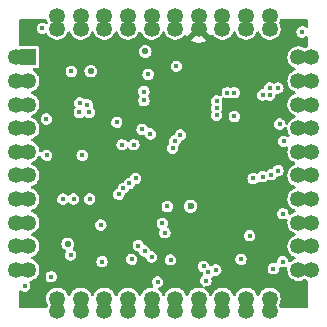
<source format=gbr>
%TF.GenerationSoftware,KiCad,Pcbnew,(5.99.0-13244-g73f40b11ee)*%
%TF.CreationDate,2021-12-16T18:40:10-08:00*%
%TF.ProjectId,MiniMike_RP2040,4d696e69-4d69-46b6-955f-525032303430,rev?*%
%TF.SameCoordinates,Original*%
%TF.FileFunction,Copper,L3,Inr*%
%TF.FilePolarity,Positive*%
%FSLAX46Y46*%
G04 Gerber Fmt 4.6, Leading zero omitted, Abs format (unit mm)*
G04 Created by KiCad (PCBNEW (5.99.0-13244-g73f40b11ee)) date 2021-12-16 18:40:10*
%MOMM*%
%LPD*%
G01*
G04 APERTURE LIST*
%TA.AperFunction,ComponentPad*%
%ADD10C,0.600000*%
%TD*%
%TA.AperFunction,ComponentPad*%
%ADD11R,1.350000X1.350000*%
%TD*%
%TA.AperFunction,ComponentPad*%
%ADD12C,1.350000*%
%TD*%
%TA.AperFunction,ViaPad*%
%ADD13C,0.450000*%
%TD*%
%TA.AperFunction,ViaPad*%
%ADD14C,0.550000*%
%TD*%
G04 APERTURE END LIST*
D10*
%TO.N,GND*%
%TO.C,U2*%
X141299997Y-112600003D03*
%TD*%
D11*
%TO.N,/GPIO0*%
%TO.C,PADS1*%
X127575000Y-100000000D03*
D12*
X126500000Y-100000000D03*
%TO.N,/GPIO1*%
X127575000Y-102000000D03*
X126500000Y-102000000D03*
%TO.N,/GPIO2*%
X126500000Y-104000000D03*
X127575000Y-104000000D03*
%TO.N,/GPIO3*%
X127575000Y-106000000D03*
X126500000Y-106000000D03*
%TO.N,/GPIO4*%
X127575000Y-108000000D03*
X126500000Y-108000000D03*
%TO.N,/GPIO5*%
X126500000Y-110000000D03*
X127575000Y-110000000D03*
%TO.N,/GPIO6*%
X127575000Y-112000000D03*
X126500000Y-112000000D03*
%TO.N,/GPIO7*%
X126500000Y-114000000D03*
X127575000Y-114000000D03*
%TO.N,/GPIO8*%
X127575000Y-116000000D03*
X126500000Y-116000000D03*
%TO.N,/GPIO9*%
X127575000Y-118000000D03*
X126500000Y-118000000D03*
%TO.N,/GPIO10*%
X130000000Y-120425000D03*
X130000000Y-121500000D03*
%TO.N,/GPIO11*%
X132000000Y-120425000D03*
X132000000Y-121500000D03*
%TO.N,/GPIO12*%
X134000000Y-120425000D03*
X134000000Y-121500000D03*
%TO.N,/GPIO13*%
X136000000Y-120425000D03*
X136000000Y-121500000D03*
%TO.N,/GPIO14*%
X138000000Y-120425000D03*
X138000000Y-121500000D03*
%TO.N,/GPIO15*%
X140000000Y-121500000D03*
X140000000Y-120425000D03*
%TO.N,/GPIO16*%
X142000000Y-121500000D03*
X142000000Y-120425000D03*
%TO.N,/GPIO17*%
X144000000Y-120425000D03*
X144000000Y-121500000D03*
%TO.N,/GPIO18*%
X146000000Y-120425000D03*
X146000000Y-121500000D03*
%TO.N,/GPIO19*%
X148000000Y-121500000D03*
X148000000Y-120425000D03*
%TO.N,/GPIO20*%
X150425000Y-118000000D03*
X151500000Y-118000000D03*
%TO.N,/GPIO21*%
X150425000Y-116000000D03*
X151500000Y-116000000D03*
%TO.N,/GPIO22*%
X150425000Y-114000000D03*
X151500000Y-114000000D03*
%TO.N,/GPIO23*%
X150425000Y-112000000D03*
X151500000Y-112000000D03*
%TO.N,/GPIO24*%
X150425000Y-110000000D03*
X151500000Y-110000000D03*
%TO.N,/GPIO25*%
X150425000Y-108000000D03*
X151500000Y-108000000D03*
%TO.N,/GPIO26_ADC0*%
X151500000Y-106000000D03*
X150425000Y-106000000D03*
%TO.N,/GPIO27_ADC1*%
X150425000Y-104000000D03*
X151500000Y-104000000D03*
%TO.N,/GPIO28_ADC2*%
X150425000Y-102000000D03*
X151500000Y-102000000D03*
%TO.N,/GPIO29_ADC3*%
X151500000Y-100000000D03*
X150425000Y-100000000D03*
%TO.N,GND*%
X148000000Y-96500000D03*
X148000000Y-97575000D03*
%TO.N,/En*%
X146000000Y-97575000D03*
X146000000Y-96500000D03*
%TO.N,+5V*%
X144000000Y-96500000D03*
X144000000Y-97575000D03*
%TO.N,+3V3*%
X142000000Y-96500000D03*
X142000000Y-97575000D03*
%TO.N,/USB_D-*%
X140000000Y-97575000D03*
X140000000Y-96500000D03*
%TO.N,/USB_D+*%
X138000000Y-97575000D03*
X138000000Y-96500000D03*
%TO.N,/SWDIO*%
X136000000Y-96500000D03*
X136000000Y-97575000D03*
%TO.N,/SWCLK*%
X134000000Y-97575000D03*
X134000000Y-96500000D03*
%TO.N,/RUN*%
X132000000Y-97575000D03*
X132000000Y-96500000D03*
%TO.N,/BOOTSEL*%
X130000000Y-97575000D03*
X130000000Y-96500000D03*
%TD*%
D13*
%TO.N,GND*%
X137350000Y-103650000D03*
X147400000Y-103200000D03*
X135500000Y-107400000D03*
X136300000Y-117100000D03*
X132125000Y-108300000D03*
X133700000Y-114200000D03*
X128750000Y-97550000D03*
X150750000Y-97850000D03*
X135050000Y-105500000D03*
X145000000Y-105000000D03*
X142600000Y-118900000D03*
X148850000Y-105650000D03*
X131150000Y-116750000D03*
X137350000Y-102900000D03*
X133800000Y-117300000D03*
X148000000Y-103200000D03*
X139327000Y-112629000D03*
X148000000Y-102600000D03*
X143500000Y-104300000D03*
X129500700Y-118580000D03*
X129092265Y-105233737D03*
X140100000Y-100750000D03*
X138513029Y-119013029D03*
X144400000Y-103000000D03*
X137700000Y-101450000D03*
X149200000Y-107100000D03*
X143510023Y-103710023D03*
X129116200Y-108300000D03*
X149095951Y-117304049D03*
X148700000Y-102600000D03*
X148300000Y-117900000D03*
X131200000Y-101200000D03*
X149104478Y-113246744D03*
X131925000Y-103875000D03*
X136500000Y-107400000D03*
X143500000Y-104900000D03*
X145000000Y-103000000D03*
X127262000Y-119360000D03*
%TO.N,+3V3*%
X144400000Y-103700000D03*
X140800000Y-119400000D03*
X145000000Y-104300000D03*
X136100000Y-114200000D03*
X148455291Y-113266979D03*
X144400000Y-104300000D03*
X137400000Y-108500000D03*
X147200000Y-116900000D03*
X139300000Y-104700000D03*
X145000000Y-103700000D03*
X134920000Y-109080000D03*
X135900000Y-101400000D03*
%TO.N,Net-(C14-Pad2)*%
X145570514Y-117100000D03*
%TO.N,Net-(D1-Pad2)*%
X132559678Y-104012974D03*
%TO.N,Net-(D2-Pad3)*%
X146300000Y-115100000D03*
%TO.N,/GPIO10*%
X138900000Y-114050000D03*
D14*
X130900000Y-115800000D03*
D13*
%TO.N,/GPIO26_ADC0*%
X148699300Y-109600000D03*
%TO.N,/GPIO11*%
X136867247Y-115943091D03*
%TO.N,/GPIO12*%
X137400000Y-116400000D03*
%TO.N,/GPIO13*%
X138000000Y-116900700D03*
%TO.N,/GPIO14*%
X139122579Y-114861652D03*
%TO.N,/GPIO15*%
X139616040Y-117147380D03*
%TO.N,/SWCLK*%
X142399300Y-117700000D03*
%TO.N,/SWDIO*%
X142816820Y-118197522D03*
D14*
%TO.N,/RUN*%
X132847185Y-101167143D03*
D13*
X143435560Y-118000000D03*
D14*
X137466578Y-99503422D03*
D13*
%TO.N,/QSPI_SD3*%
X140432416Y-106565514D03*
X132760000Y-112000000D03*
%TO.N,/QSPI_SCLK*%
X131400000Y-112000000D03*
X139974493Y-107066214D03*
%TO.N,/QSPI_SD0*%
X139783482Y-107699015D03*
X130500000Y-112000000D03*
%TO.N,/QSPI_SD2*%
X131881480Y-104665184D03*
X137904600Y-106482200D03*
%TO.N,/QSPI_SD1*%
X132718520Y-104665184D03*
X137200000Y-106100000D03*
%TO.N,/GPIO2*%
X135606088Y-111083300D03*
%TO.N,/GPIO3*%
X135200000Y-111599300D03*
%TO.N,/GPIO27_ADC1*%
X148138519Y-109927686D03*
%TO.N,/GPIO28_ADC2*%
X147403777Y-110103777D03*
%TO.N,/GPIO0*%
X136643491Y-110257800D03*
%TO.N,/GPIO1*%
X136122034Y-110664200D03*
%TO.N,/GPIO29_ADC3*%
X146600000Y-110257800D03*
%TD*%
%TA.AperFunction,Conductor*%
%TO.N,+3V3*%
G36*
X129081772Y-96774002D02*
G01*
X129128265Y-96827658D01*
X129133484Y-96841063D01*
X129146182Y-96880144D01*
X129149485Y-96885866D01*
X129149486Y-96885867D01*
X129200659Y-96974500D01*
X129217397Y-97043495D01*
X129200659Y-97100500D01*
X129195504Y-97109428D01*
X129144122Y-97158418D01*
X129074408Y-97171852D01*
X129017854Y-97152154D01*
X128960728Y-97115126D01*
X128953196Y-97110244D01*
X128821603Y-97070890D01*
X128812627Y-97070835D01*
X128812626Y-97070835D01*
X128755080Y-97070484D01*
X128684255Y-97070051D01*
X128552192Y-97107795D01*
X128436031Y-97181087D01*
X128430088Y-97187816D01*
X128418321Y-97201140D01*
X128345109Y-97284036D01*
X128286736Y-97408366D01*
X128285356Y-97417232D01*
X128266986Y-97535209D01*
X128266986Y-97535213D01*
X128265605Y-97544082D01*
X128266769Y-97552984D01*
X128266769Y-97552987D01*
X128271479Y-97589003D01*
X128283414Y-97680273D01*
X128338732Y-97805992D01*
X128344510Y-97812865D01*
X128344510Y-97812866D01*
X128421331Y-97904256D01*
X128427111Y-97911132D01*
X128434588Y-97916109D01*
X128530981Y-97980273D01*
X128541447Y-97987240D01*
X128672549Y-98028199D01*
X128809876Y-98030716D01*
X128819109Y-98028199D01*
X128933727Y-97996951D01*
X128942391Y-97994589D01*
X128999340Y-97959622D01*
X129067857Y-97941024D01*
X129135553Y-97962421D01*
X129174386Y-98003995D01*
X129243877Y-98124356D01*
X129248295Y-98129263D01*
X129248296Y-98129264D01*
X129315819Y-98204256D01*
X129374617Y-98269558D01*
X129379959Y-98273439D01*
X129379961Y-98273441D01*
X129527348Y-98380524D01*
X129532690Y-98384405D01*
X129538719Y-98387089D01*
X129538722Y-98387091D01*
X129705151Y-98461189D01*
X129705154Y-98461190D01*
X129711187Y-98463876D01*
X129790727Y-98480783D01*
X129895849Y-98503128D01*
X129895854Y-98503128D01*
X129902306Y-98504500D01*
X130097694Y-98504500D01*
X130104146Y-98503128D01*
X130104151Y-98503128D01*
X130209273Y-98480783D01*
X130288813Y-98463876D01*
X130294846Y-98461190D01*
X130294849Y-98461189D01*
X130461278Y-98387091D01*
X130461281Y-98387089D01*
X130467310Y-98384405D01*
X130472652Y-98380524D01*
X130620039Y-98273441D01*
X130620041Y-98273439D01*
X130625383Y-98269558D01*
X130684181Y-98204256D01*
X130751704Y-98129264D01*
X130751705Y-98129263D01*
X130756123Y-98124356D01*
X130853818Y-97955144D01*
X130856458Y-97947021D01*
X130880167Y-97874049D01*
X130920240Y-97815443D01*
X130985637Y-97787806D01*
X131055593Y-97799913D01*
X131107900Y-97847918D01*
X131119833Y-97874049D01*
X131143543Y-97947021D01*
X131146182Y-97955144D01*
X131243877Y-98124356D01*
X131248295Y-98129263D01*
X131248296Y-98129264D01*
X131315819Y-98204256D01*
X131374617Y-98269558D01*
X131379959Y-98273439D01*
X131379961Y-98273441D01*
X131527348Y-98380524D01*
X131532690Y-98384405D01*
X131538719Y-98387089D01*
X131538722Y-98387091D01*
X131705151Y-98461189D01*
X131705154Y-98461190D01*
X131711187Y-98463876D01*
X131790727Y-98480783D01*
X131895849Y-98503128D01*
X131895854Y-98503128D01*
X131902306Y-98504500D01*
X132097694Y-98504500D01*
X132104146Y-98503128D01*
X132104151Y-98503128D01*
X132209273Y-98480783D01*
X132288813Y-98463876D01*
X132294846Y-98461190D01*
X132294849Y-98461189D01*
X132461278Y-98387091D01*
X132461281Y-98387089D01*
X132467310Y-98384405D01*
X132472652Y-98380524D01*
X132620039Y-98273441D01*
X132620041Y-98273439D01*
X132625383Y-98269558D01*
X132684181Y-98204256D01*
X132751704Y-98129264D01*
X132751705Y-98129263D01*
X132756123Y-98124356D01*
X132853818Y-97955144D01*
X132856458Y-97947021D01*
X132880167Y-97874049D01*
X132920240Y-97815443D01*
X132985637Y-97787806D01*
X133055593Y-97799913D01*
X133107900Y-97847918D01*
X133119833Y-97874049D01*
X133143543Y-97947021D01*
X133146182Y-97955144D01*
X133243877Y-98124356D01*
X133248295Y-98129263D01*
X133248296Y-98129264D01*
X133315819Y-98204256D01*
X133374617Y-98269558D01*
X133379959Y-98273439D01*
X133379961Y-98273441D01*
X133527348Y-98380524D01*
X133532690Y-98384405D01*
X133538719Y-98387089D01*
X133538722Y-98387091D01*
X133705151Y-98461189D01*
X133705154Y-98461190D01*
X133711187Y-98463876D01*
X133790727Y-98480783D01*
X133895849Y-98503128D01*
X133895854Y-98503128D01*
X133902306Y-98504500D01*
X134097694Y-98504500D01*
X134104146Y-98503128D01*
X134104151Y-98503128D01*
X134209273Y-98480783D01*
X134288813Y-98463876D01*
X134294846Y-98461190D01*
X134294849Y-98461189D01*
X134461278Y-98387091D01*
X134461281Y-98387089D01*
X134467310Y-98384405D01*
X134472652Y-98380524D01*
X134620039Y-98273441D01*
X134620041Y-98273439D01*
X134625383Y-98269558D01*
X134684181Y-98204256D01*
X134751704Y-98129264D01*
X134751705Y-98129263D01*
X134756123Y-98124356D01*
X134853818Y-97955144D01*
X134856458Y-97947021D01*
X134880167Y-97874049D01*
X134920240Y-97815443D01*
X134985637Y-97787806D01*
X135055593Y-97799913D01*
X135107900Y-97847918D01*
X135119833Y-97874049D01*
X135143543Y-97947021D01*
X135146182Y-97955144D01*
X135243877Y-98124356D01*
X135248295Y-98129263D01*
X135248296Y-98129264D01*
X135315819Y-98204256D01*
X135374617Y-98269558D01*
X135379959Y-98273439D01*
X135379961Y-98273441D01*
X135527348Y-98380524D01*
X135532690Y-98384405D01*
X135538719Y-98387089D01*
X135538722Y-98387091D01*
X135705151Y-98461189D01*
X135705154Y-98461190D01*
X135711187Y-98463876D01*
X135790727Y-98480783D01*
X135895849Y-98503128D01*
X135895854Y-98503128D01*
X135902306Y-98504500D01*
X136097694Y-98504500D01*
X136104146Y-98503128D01*
X136104151Y-98503128D01*
X136209273Y-98480783D01*
X136288813Y-98463876D01*
X136294846Y-98461190D01*
X136294849Y-98461189D01*
X136461278Y-98387091D01*
X136461281Y-98387089D01*
X136467310Y-98384405D01*
X136472652Y-98380524D01*
X136620039Y-98273441D01*
X136620041Y-98273439D01*
X136625383Y-98269558D01*
X136684181Y-98204256D01*
X136751704Y-98129264D01*
X136751705Y-98129263D01*
X136756123Y-98124356D01*
X136853818Y-97955144D01*
X136856458Y-97947021D01*
X136880167Y-97874049D01*
X136920240Y-97815443D01*
X136985637Y-97787806D01*
X137055593Y-97799913D01*
X137107900Y-97847918D01*
X137119833Y-97874049D01*
X137143543Y-97947021D01*
X137146182Y-97955144D01*
X137243877Y-98124356D01*
X137248295Y-98129263D01*
X137248296Y-98129264D01*
X137315819Y-98204256D01*
X137374617Y-98269558D01*
X137379959Y-98273439D01*
X137379961Y-98273441D01*
X137527348Y-98380524D01*
X137532690Y-98384405D01*
X137538719Y-98387089D01*
X137538722Y-98387091D01*
X137705151Y-98461189D01*
X137705154Y-98461190D01*
X137711187Y-98463876D01*
X137790727Y-98480783D01*
X137895849Y-98503128D01*
X137895854Y-98503128D01*
X137902306Y-98504500D01*
X138097694Y-98504500D01*
X138104146Y-98503128D01*
X138104151Y-98503128D01*
X138209273Y-98480783D01*
X138288813Y-98463876D01*
X138294846Y-98461190D01*
X138294849Y-98461189D01*
X138461278Y-98387091D01*
X138461281Y-98387089D01*
X138467310Y-98384405D01*
X138472652Y-98380524D01*
X138620039Y-98273441D01*
X138620041Y-98273439D01*
X138625383Y-98269558D01*
X138684181Y-98204256D01*
X138751704Y-98129264D01*
X138751705Y-98129263D01*
X138756123Y-98124356D01*
X138853818Y-97955144D01*
X138856458Y-97947021D01*
X138880167Y-97874049D01*
X138920240Y-97815443D01*
X138985637Y-97787806D01*
X139055593Y-97799913D01*
X139107900Y-97847918D01*
X139119833Y-97874049D01*
X139143543Y-97947021D01*
X139146182Y-97955144D01*
X139243877Y-98124356D01*
X139248295Y-98129263D01*
X139248296Y-98129264D01*
X139315819Y-98204256D01*
X139374617Y-98269558D01*
X139379959Y-98273439D01*
X139379961Y-98273441D01*
X139527348Y-98380524D01*
X139532690Y-98384405D01*
X139538719Y-98387089D01*
X139538722Y-98387091D01*
X139705151Y-98461189D01*
X139705154Y-98461190D01*
X139711187Y-98463876D01*
X139790727Y-98480783D01*
X139895849Y-98503128D01*
X139895854Y-98503128D01*
X139902306Y-98504500D01*
X140097694Y-98504500D01*
X140104146Y-98503128D01*
X140104151Y-98503128D01*
X140209273Y-98480783D01*
X140288813Y-98463876D01*
X140294846Y-98461190D01*
X140294849Y-98461189D01*
X140461278Y-98387091D01*
X140461281Y-98387089D01*
X140467310Y-98384405D01*
X140472652Y-98380524D01*
X140620039Y-98273441D01*
X140620041Y-98273439D01*
X140625383Y-98269558D01*
X140685343Y-98202966D01*
X140756123Y-98124356D01*
X140758241Y-98126263D01*
X140804519Y-98090541D01*
X140875252Y-98084430D01*
X140938060Y-98117531D01*
X140964717Y-98155181D01*
X140968686Y-98163790D01*
X140974440Y-98173755D01*
X140991972Y-98198563D01*
X141002563Y-98206954D01*
X141015861Y-98199927D01*
X141910905Y-97304884D01*
X141973217Y-97270859D01*
X142044033Y-97275924D01*
X142089095Y-97304884D01*
X142985342Y-98201131D01*
X142997720Y-98207889D01*
X143004298Y-98202966D01*
X143037639Y-98143430D01*
X143088376Y-98093768D01*
X143157908Y-98079421D01*
X143224159Y-98104942D01*
X143243461Y-98124731D01*
X143243877Y-98124356D01*
X143314658Y-98202966D01*
X143374617Y-98269558D01*
X143379959Y-98273439D01*
X143379961Y-98273441D01*
X143527348Y-98380524D01*
X143532690Y-98384405D01*
X143538719Y-98387089D01*
X143538722Y-98387091D01*
X143705151Y-98461189D01*
X143705154Y-98461190D01*
X143711187Y-98463876D01*
X143790727Y-98480783D01*
X143895849Y-98503128D01*
X143895854Y-98503128D01*
X143902306Y-98504500D01*
X144097694Y-98504500D01*
X144104146Y-98503128D01*
X144104151Y-98503128D01*
X144209273Y-98480783D01*
X144288813Y-98463876D01*
X144294846Y-98461190D01*
X144294849Y-98461189D01*
X144461278Y-98387091D01*
X144461281Y-98387089D01*
X144467310Y-98384405D01*
X144472652Y-98380524D01*
X144620039Y-98273441D01*
X144620041Y-98273439D01*
X144625383Y-98269558D01*
X144684181Y-98204256D01*
X144751704Y-98129264D01*
X144751705Y-98129263D01*
X144756123Y-98124356D01*
X144853818Y-97955144D01*
X144856458Y-97947021D01*
X144880167Y-97874049D01*
X144920240Y-97815443D01*
X144985637Y-97787806D01*
X145055593Y-97799913D01*
X145107900Y-97847918D01*
X145119833Y-97874049D01*
X145143543Y-97947021D01*
X145146182Y-97955144D01*
X145243877Y-98124356D01*
X145248295Y-98129263D01*
X145248296Y-98129264D01*
X145315819Y-98204256D01*
X145374617Y-98269558D01*
X145379959Y-98273439D01*
X145379961Y-98273441D01*
X145527348Y-98380524D01*
X145532690Y-98384405D01*
X145538719Y-98387089D01*
X145538722Y-98387091D01*
X145705151Y-98461189D01*
X145705154Y-98461190D01*
X145711187Y-98463876D01*
X145790727Y-98480783D01*
X145895849Y-98503128D01*
X145895854Y-98503128D01*
X145902306Y-98504500D01*
X146097694Y-98504500D01*
X146104146Y-98503128D01*
X146104151Y-98503128D01*
X146209273Y-98480783D01*
X146288813Y-98463876D01*
X146294846Y-98461190D01*
X146294849Y-98461189D01*
X146461278Y-98387091D01*
X146461281Y-98387089D01*
X146467310Y-98384405D01*
X146472652Y-98380524D01*
X146620039Y-98273441D01*
X146620041Y-98273439D01*
X146625383Y-98269558D01*
X146684181Y-98204256D01*
X146751704Y-98129264D01*
X146751705Y-98129263D01*
X146756123Y-98124356D01*
X146853818Y-97955144D01*
X146856458Y-97947021D01*
X146880167Y-97874049D01*
X146920240Y-97815443D01*
X146985637Y-97787806D01*
X147055593Y-97799913D01*
X147107900Y-97847918D01*
X147119833Y-97874049D01*
X147143543Y-97947021D01*
X147146182Y-97955144D01*
X147243877Y-98124356D01*
X147248295Y-98129263D01*
X147248296Y-98129264D01*
X147315819Y-98204256D01*
X147374617Y-98269558D01*
X147379959Y-98273439D01*
X147379961Y-98273441D01*
X147527348Y-98380524D01*
X147532690Y-98384405D01*
X147538719Y-98387089D01*
X147538722Y-98387091D01*
X147705151Y-98461189D01*
X147705154Y-98461190D01*
X147711187Y-98463876D01*
X147790727Y-98480783D01*
X147895849Y-98503128D01*
X147895854Y-98503128D01*
X147902306Y-98504500D01*
X148097694Y-98504500D01*
X148104146Y-98503128D01*
X148104151Y-98503128D01*
X148209273Y-98480783D01*
X148288813Y-98463876D01*
X148294846Y-98461190D01*
X148294849Y-98461189D01*
X148461278Y-98387091D01*
X148461281Y-98387089D01*
X148467310Y-98384405D01*
X148472652Y-98380524D01*
X148620039Y-98273441D01*
X148620041Y-98273439D01*
X148625383Y-98269558D01*
X148684181Y-98204256D01*
X148751704Y-98129264D01*
X148751705Y-98129263D01*
X148756123Y-98124356D01*
X148853818Y-97955144D01*
X148914196Y-97769318D01*
X148920007Y-97714036D01*
X148933930Y-97581565D01*
X148934620Y-97575000D01*
X148914196Y-97380682D01*
X148911851Y-97373463D01*
X148855860Y-97201141D01*
X148855860Y-97201140D01*
X148853818Y-97194856D01*
X148849754Y-97187816D01*
X148828513Y-97151028D01*
X148799341Y-97100499D01*
X148782603Y-97031505D01*
X148799341Y-96974500D01*
X148850514Y-96885867D01*
X148850515Y-96885866D01*
X148853818Y-96880144D01*
X148866516Y-96841063D01*
X148906590Y-96782458D01*
X148971986Y-96754821D01*
X148986349Y-96754000D01*
X151120000Y-96754000D01*
X151188121Y-96774002D01*
X151234614Y-96827658D01*
X151246000Y-96880000D01*
X151246000Y-97368209D01*
X151225998Y-97436330D01*
X151172342Y-97482823D01*
X151102068Y-97492927D01*
X151051467Y-97473941D01*
X150960726Y-97415125D01*
X150953196Y-97410244D01*
X150821603Y-97370890D01*
X150812627Y-97370835D01*
X150812626Y-97370835D01*
X150755080Y-97370484D01*
X150684255Y-97370051D01*
X150552192Y-97407795D01*
X150544605Y-97412582D01*
X150544603Y-97412583D01*
X150482850Y-97451546D01*
X150436031Y-97481087D01*
X150345109Y-97584036D01*
X150286736Y-97708366D01*
X150285356Y-97717232D01*
X150266986Y-97835209D01*
X150266986Y-97835213D01*
X150265605Y-97844082D01*
X150266769Y-97852984D01*
X150266769Y-97852987D01*
X150273474Y-97904256D01*
X150283414Y-97980273D01*
X150338732Y-98105992D01*
X150427111Y-98211132D01*
X150483362Y-98248576D01*
X150514884Y-98269558D01*
X150541447Y-98287240D01*
X150672549Y-98328199D01*
X150809876Y-98330716D01*
X150819109Y-98328199D01*
X150933727Y-98296951D01*
X150942391Y-98294589D01*
X151054071Y-98226017D01*
X151122589Y-98207419D01*
X151190284Y-98228816D01*
X151235665Y-98283415D01*
X151246000Y-98333392D01*
X151246000Y-99013799D01*
X151225998Y-99081920D01*
X151171249Y-99128906D01*
X151032690Y-99190595D01*
X151027346Y-99194478D01*
X151025499Y-99195544D01*
X150956504Y-99212281D01*
X150899501Y-99195544D01*
X150897654Y-99194478D01*
X150892310Y-99190595D01*
X150805246Y-99151832D01*
X150719849Y-99113811D01*
X150719846Y-99113810D01*
X150713813Y-99111124D01*
X150624600Y-99092161D01*
X150529151Y-99071872D01*
X150529146Y-99071872D01*
X150522694Y-99070500D01*
X150327306Y-99070500D01*
X150320854Y-99071872D01*
X150320849Y-99071872D01*
X150225400Y-99092161D01*
X150136187Y-99111124D01*
X150130154Y-99113810D01*
X150130151Y-99113811D01*
X149963722Y-99187909D01*
X149963719Y-99187911D01*
X149957690Y-99190595D01*
X149952349Y-99194475D01*
X149952348Y-99194476D01*
X149909374Y-99225699D01*
X149799617Y-99305442D01*
X149795196Y-99310352D01*
X149795195Y-99310353D01*
X149752685Y-99357566D01*
X149668877Y-99450644D01*
X149571182Y-99619856D01*
X149569140Y-99626141D01*
X149522250Y-99770456D01*
X149510804Y-99805682D01*
X149490380Y-100000000D01*
X149491070Y-100006565D01*
X149494321Y-100037491D01*
X149510804Y-100194318D01*
X149512844Y-100200596D01*
X149512844Y-100200597D01*
X149546558Y-100304357D01*
X149571182Y-100380144D01*
X149668877Y-100549356D01*
X149673295Y-100554263D01*
X149673296Y-100554264D01*
X149795195Y-100689647D01*
X149799617Y-100694558D01*
X149804959Y-100698439D01*
X149804961Y-100698441D01*
X149939307Y-100796049D01*
X149957690Y-100809405D01*
X149963719Y-100812089D01*
X149963722Y-100812091D01*
X150127241Y-100884893D01*
X150181337Y-100930873D01*
X150201987Y-100998800D01*
X150182635Y-101067108D01*
X150127241Y-101115107D01*
X149963722Y-101187909D01*
X149963719Y-101187911D01*
X149957690Y-101190595D01*
X149952349Y-101194475D01*
X149952348Y-101194476D01*
X149806773Y-101300243D01*
X149799617Y-101305442D01*
X149668877Y-101450644D01*
X149661821Y-101462866D01*
X149584215Y-101597283D01*
X149571182Y-101619856D01*
X149510804Y-101805682D01*
X149510114Y-101812245D01*
X149510114Y-101812246D01*
X149497662Y-101930716D01*
X149490380Y-102000000D01*
X149491070Y-102006565D01*
X149507469Y-102162584D01*
X149510804Y-102194318D01*
X149512844Y-102200596D01*
X149512844Y-102200597D01*
X149522419Y-102230067D01*
X149571182Y-102380144D01*
X149668877Y-102549356D01*
X149673295Y-102554263D01*
X149673296Y-102554264D01*
X149683075Y-102565125D01*
X149799617Y-102694558D01*
X149804959Y-102698439D01*
X149804961Y-102698441D01*
X149886655Y-102757795D01*
X149957690Y-102809405D01*
X149963719Y-102812089D01*
X149963722Y-102812091D01*
X150127241Y-102884893D01*
X150181337Y-102930873D01*
X150201987Y-102998800D01*
X150182635Y-103067108D01*
X150127241Y-103115107D01*
X149963722Y-103187909D01*
X149963719Y-103187911D01*
X149957690Y-103190595D01*
X149952349Y-103194475D01*
X149952348Y-103194476D01*
X149833139Y-103281087D01*
X149799617Y-103305442D01*
X149795196Y-103310352D01*
X149795195Y-103310353D01*
X149678536Y-103439917D01*
X149668877Y-103450644D01*
X149620830Y-103533864D01*
X149595291Y-103578099D01*
X149571182Y-103619856D01*
X149569140Y-103626141D01*
X149538040Y-103721859D01*
X149510804Y-103805682D01*
X149490380Y-104000000D01*
X149491070Y-104006565D01*
X149504871Y-104137866D01*
X149510804Y-104194318D01*
X149571182Y-104380144D01*
X149574485Y-104385866D01*
X149574486Y-104385867D01*
X149593648Y-104419056D01*
X149668877Y-104549356D01*
X149673295Y-104554263D01*
X149673296Y-104554264D01*
X149775858Y-104668171D01*
X149799617Y-104694558D01*
X149804959Y-104698439D01*
X149804961Y-104698441D01*
X149938492Y-104795457D01*
X149957690Y-104809405D01*
X149963719Y-104812089D01*
X149963722Y-104812091D01*
X150127241Y-104884893D01*
X150181337Y-104930873D01*
X150201987Y-104998800D01*
X150182635Y-105067108D01*
X150127241Y-105115107D01*
X149963722Y-105187909D01*
X149963719Y-105187911D01*
X149957690Y-105190595D01*
X149952349Y-105194475D01*
X149952348Y-105194476D01*
X149833139Y-105281087D01*
X149799617Y-105305442D01*
X149795196Y-105310352D01*
X149795195Y-105310353D01*
X149678536Y-105439917D01*
X149668877Y-105450644D01*
X149571182Y-105619856D01*
X149569140Y-105626141D01*
X149566816Y-105631361D01*
X149520837Y-105685458D01*
X149452910Y-105706109D01*
X149384602Y-105686758D01*
X149337599Y-105633548D01*
X149326981Y-105597978D01*
X149316232Y-105522923D01*
X149316232Y-105522921D01*
X149314959Y-105514036D01*
X149305887Y-105494082D01*
X149261826Y-105397177D01*
X149258110Y-105389003D01*
X149168453Y-105284951D01*
X149053196Y-105210244D01*
X148921603Y-105170890D01*
X148912627Y-105170835D01*
X148912626Y-105170835D01*
X148855080Y-105170484D01*
X148784255Y-105170051D01*
X148652192Y-105207795D01*
X148644605Y-105212582D01*
X148644603Y-105212583D01*
X148620456Y-105227819D01*
X148536031Y-105281087D01*
X148530088Y-105287816D01*
X148460980Y-105366066D01*
X148445109Y-105384036D01*
X148386736Y-105508366D01*
X148377027Y-105570724D01*
X148366986Y-105635209D01*
X148366986Y-105635213D01*
X148365605Y-105644082D01*
X148366769Y-105652984D01*
X148366769Y-105652987D01*
X148373716Y-105706109D01*
X148383414Y-105780273D01*
X148438732Y-105905992D01*
X148444510Y-105912865D01*
X148444510Y-105912866D01*
X148519646Y-106002251D01*
X148527111Y-106011132D01*
X148641447Y-106087240D01*
X148721554Y-106112267D01*
X148756507Y-106123187D01*
X148772549Y-106128199D01*
X148909876Y-106130716D01*
X148919109Y-106128199D01*
X149033727Y-106096951D01*
X149042391Y-106094589D01*
X149159439Y-106022721D01*
X149185947Y-105993436D01*
X149245584Y-105927550D01*
X149245585Y-105927549D01*
X149251612Y-105920890D01*
X149255528Y-105912807D01*
X149260545Y-105905369D01*
X149262893Y-105906953D01*
X149300874Y-105865085D01*
X149369432Y-105846639D01*
X149437080Y-105868186D01*
X149482340Y-105922885D01*
X149491875Y-105985777D01*
X149490380Y-106000000D01*
X149491070Y-106006565D01*
X149503341Y-106123309D01*
X149510804Y-106194318D01*
X149571182Y-106380144D01*
X149574485Y-106385866D01*
X149574486Y-106385867D01*
X149668152Y-106548101D01*
X149684890Y-106617096D01*
X149661670Y-106684188D01*
X149605862Y-106728075D01*
X149535187Y-106734824D01*
X149490502Y-106716834D01*
X149403196Y-106660244D01*
X149271603Y-106620890D01*
X149262627Y-106620835D01*
X149262626Y-106620835D01*
X149205080Y-106620484D01*
X149134255Y-106620051D01*
X149002192Y-106657795D01*
X148994605Y-106662582D01*
X148994603Y-106662583D01*
X148947170Y-106692511D01*
X148886031Y-106731087D01*
X148880088Y-106737816D01*
X148842715Y-106780133D01*
X148795109Y-106834036D01*
X148791295Y-106842159D01*
X148791294Y-106842161D01*
X148777710Y-106871094D01*
X148736736Y-106958366D01*
X148730067Y-107001200D01*
X148716986Y-107085209D01*
X148716986Y-107085213D01*
X148715605Y-107094082D01*
X148716769Y-107102984D01*
X148716769Y-107102987D01*
X148720883Y-107134446D01*
X148733414Y-107230273D01*
X148744675Y-107255865D01*
X148783352Y-107343764D01*
X148788732Y-107355992D01*
X148794510Y-107362865D01*
X148794510Y-107362866D01*
X148858898Y-107439465D01*
X148877111Y-107461132D01*
X148884588Y-107466109D01*
X148980981Y-107530273D01*
X148991447Y-107537240D01*
X149055915Y-107557381D01*
X149102509Y-107571938D01*
X149122549Y-107578199D01*
X149259876Y-107580716D01*
X149390333Y-107545150D01*
X149461315Y-107546530D01*
X149520283Y-107586067D01*
X149548515Y-107651209D01*
X149543306Y-107705648D01*
X149519988Y-107777417D01*
X149510804Y-107805682D01*
X149510114Y-107812245D01*
X149510114Y-107812246D01*
X149509034Y-107822518D01*
X149490380Y-108000000D01*
X149491070Y-108006565D01*
X149509024Y-108177378D01*
X149510804Y-108194318D01*
X149571182Y-108380144D01*
X149668877Y-108549356D01*
X149799617Y-108694558D01*
X149804959Y-108698439D01*
X149804961Y-108698441D01*
X149914952Y-108778354D01*
X149957690Y-108809405D01*
X149963719Y-108812089D01*
X149963722Y-108812091D01*
X150127241Y-108884893D01*
X150181337Y-108930873D01*
X150201987Y-108998800D01*
X150182635Y-109067108D01*
X150127241Y-109115107D01*
X149963722Y-109187909D01*
X149963719Y-109187911D01*
X149957690Y-109190595D01*
X149952349Y-109194475D01*
X149952348Y-109194476D01*
X149901958Y-109231087D01*
X149799617Y-109305442D01*
X149795196Y-109310352D01*
X149795195Y-109310353D01*
X149688381Y-109428983D01*
X149668877Y-109450644D01*
X149609546Y-109553407D01*
X149579834Y-109604871D01*
X149571182Y-109619856D01*
X149510804Y-109805682D01*
X149510114Y-109812245D01*
X149510114Y-109812246D01*
X149501351Y-109895616D01*
X149490380Y-110000000D01*
X149491070Y-110006565D01*
X149509691Y-110183724D01*
X149510804Y-110194318D01*
X149512844Y-110200596D01*
X149512844Y-110200597D01*
X149529862Y-110252972D01*
X149571182Y-110380144D01*
X149574485Y-110385866D01*
X149574486Y-110385867D01*
X149587497Y-110408402D01*
X149668877Y-110549356D01*
X149673295Y-110554263D01*
X149673296Y-110554264D01*
X149741958Y-110630521D01*
X149799617Y-110694558D01*
X149804959Y-110698439D01*
X149804961Y-110698441D01*
X149927842Y-110787719D01*
X149957690Y-110809405D01*
X149963719Y-110812089D01*
X149963722Y-110812091D01*
X150127241Y-110884893D01*
X150181337Y-110930873D01*
X150201987Y-110998800D01*
X150182635Y-111067108D01*
X150127241Y-111115107D01*
X149963722Y-111187909D01*
X149963719Y-111187911D01*
X149957690Y-111190595D01*
X149799617Y-111305442D01*
X149795196Y-111310352D01*
X149795195Y-111310353D01*
X149749728Y-111360850D01*
X149668877Y-111450644D01*
X149659704Y-111466532D01*
X149576217Y-111611136D01*
X149571182Y-111619856D01*
X149564067Y-111641753D01*
X149534680Y-111732200D01*
X149510804Y-111805682D01*
X149490380Y-112000000D01*
X149491070Y-112006565D01*
X149506129Y-112149835D01*
X149510804Y-112194318D01*
X149512844Y-112200596D01*
X149512844Y-112200597D01*
X149537847Y-112277550D01*
X149571182Y-112380144D01*
X149574485Y-112385866D01*
X149574486Y-112385867D01*
X149605677Y-112439891D01*
X149668877Y-112549356D01*
X149673295Y-112554263D01*
X149673296Y-112554264D01*
X149743278Y-112631987D01*
X149799617Y-112694558D01*
X149804959Y-112698439D01*
X149804961Y-112698441D01*
X149952348Y-112805524D01*
X149957690Y-112809405D01*
X149963719Y-112812089D01*
X149963722Y-112812091D01*
X150127241Y-112884893D01*
X150181337Y-112930873D01*
X150201987Y-112998800D01*
X150182635Y-113067108D01*
X150127241Y-113115107D01*
X149963722Y-113187909D01*
X149963719Y-113187911D01*
X149957690Y-113190595D01*
X149952349Y-113194475D01*
X149952348Y-113194476D01*
X149864117Y-113258580D01*
X149799617Y-113305442D01*
X149795794Y-113309688D01*
X149732088Y-113340265D01*
X149661634Y-113331504D01*
X149607100Y-113286043D01*
X149587052Y-113233775D01*
X149570710Y-113119667D01*
X149570710Y-113119665D01*
X149569437Y-113110780D01*
X149512588Y-112985747D01*
X149422931Y-112881695D01*
X149307674Y-112806988D01*
X149176081Y-112767634D01*
X149167105Y-112767579D01*
X149167104Y-112767579D01*
X149109558Y-112767228D01*
X149038733Y-112766795D01*
X148906670Y-112804539D01*
X148899083Y-112809326D01*
X148899081Y-112809327D01*
X148894699Y-112812092D01*
X148790509Y-112877831D01*
X148784566Y-112884560D01*
X148754962Y-112918080D01*
X148699587Y-112980780D01*
X148695773Y-112988903D01*
X148695772Y-112988905D01*
X148667614Y-113048880D01*
X148641214Y-113105110D01*
X148631505Y-113167468D01*
X148621464Y-113231953D01*
X148621464Y-113231957D01*
X148620083Y-113240826D01*
X148621247Y-113249728D01*
X148621247Y-113249731D01*
X148628987Y-113308921D01*
X148637892Y-113377017D01*
X148693210Y-113502736D01*
X148698988Y-113509609D01*
X148698988Y-113509610D01*
X148752662Y-113573463D01*
X148781589Y-113607876D01*
X148895925Y-113683984D01*
X148992108Y-113714034D01*
X149011545Y-113720106D01*
X149027027Y-113724943D01*
X149164354Y-113727460D01*
X149173587Y-113724943D01*
X149288205Y-113693695D01*
X149296869Y-113691333D01*
X149304524Y-113686633D01*
X149321458Y-113676236D01*
X149389975Y-113657638D01*
X149457670Y-113679035D01*
X149503051Y-113733635D01*
X149510215Y-113805620D01*
X149510804Y-113805682D01*
X149490380Y-114000000D01*
X149491070Y-114006565D01*
X149497384Y-114066633D01*
X149510804Y-114194318D01*
X149512844Y-114200596D01*
X149512844Y-114200597D01*
X149540494Y-114285694D01*
X149571182Y-114380144D01*
X149668877Y-114549356D01*
X149673295Y-114554263D01*
X149673296Y-114554264D01*
X149782477Y-114675522D01*
X149799617Y-114694558D01*
X149804959Y-114698439D01*
X149804961Y-114698441D01*
X149855213Y-114734951D01*
X149957690Y-114809405D01*
X149963719Y-114812089D01*
X149963722Y-114812091D01*
X150127241Y-114884893D01*
X150181337Y-114930873D01*
X150201987Y-114998800D01*
X150182635Y-115067108D01*
X150127241Y-115115107D01*
X149963722Y-115187909D01*
X149963719Y-115187911D01*
X149957690Y-115190595D01*
X149952349Y-115194475D01*
X149952348Y-115194476D01*
X149804984Y-115301543D01*
X149799617Y-115305442D01*
X149795196Y-115310352D01*
X149795195Y-115310353D01*
X149694348Y-115422356D01*
X149668877Y-115450644D01*
X149639940Y-115500764D01*
X149593780Y-115580716D01*
X149571182Y-115619856D01*
X149554902Y-115669961D01*
X149515311Y-115791812D01*
X149510804Y-115805682D01*
X149510114Y-115812245D01*
X149510114Y-115812246D01*
X149494829Y-115957673D01*
X149490380Y-116000000D01*
X149491070Y-116006565D01*
X149496624Y-116059402D01*
X149510804Y-116194318D01*
X149512844Y-116200596D01*
X149512844Y-116200597D01*
X149536342Y-116272916D01*
X149571182Y-116380144D01*
X149574485Y-116385866D01*
X149574486Y-116385867D01*
X149594844Y-116421128D01*
X149668877Y-116549356D01*
X149673295Y-116554263D01*
X149673296Y-116554264D01*
X149775192Y-116667431D01*
X149799617Y-116694558D01*
X149804959Y-116698439D01*
X149804961Y-116698441D01*
X149920426Y-116782331D01*
X149957690Y-116809405D01*
X149963719Y-116812089D01*
X149963722Y-116812091D01*
X150127241Y-116884893D01*
X150181337Y-116930873D01*
X150201987Y-116998800D01*
X150182635Y-117067108D01*
X150127241Y-117115107D01*
X149963722Y-117187909D01*
X149963719Y-117187911D01*
X149957690Y-117190595D01*
X149952349Y-117194475D01*
X149952348Y-117194476D01*
X149809680Y-117298131D01*
X149799617Y-117305442D01*
X149790828Y-117315203D01*
X149730386Y-117352444D01*
X149659402Y-117351095D01*
X149600416Y-117311583D01*
X149572464Y-117248758D01*
X149562183Y-117176972D01*
X149562183Y-117176970D01*
X149560910Y-117168085D01*
X149554667Y-117154353D01*
X149531312Y-117102987D01*
X149504061Y-117043052D01*
X149414404Y-116939000D01*
X149299147Y-116864293D01*
X149167554Y-116824939D01*
X149158578Y-116824884D01*
X149158577Y-116824884D01*
X149101031Y-116824533D01*
X149030206Y-116824100D01*
X148898143Y-116861844D01*
X148890556Y-116866631D01*
X148890554Y-116866632D01*
X148867123Y-116881416D01*
X148781982Y-116935136D01*
X148776039Y-116941865D01*
X148723636Y-117001200D01*
X148691060Y-117038085D01*
X148687246Y-117046208D01*
X148687245Y-117046210D01*
X148676486Y-117069127D01*
X148632687Y-117162415D01*
X148627695Y-117194476D01*
X148612937Y-117289258D01*
X148612937Y-117289262D01*
X148611556Y-117298131D01*
X148612720Y-117307033D01*
X148612720Y-117307035D01*
X148612823Y-117307819D01*
X148612701Y-117308594D01*
X148612611Y-117316006D01*
X148611541Y-117315993D01*
X148601820Y-117377958D01*
X148554644Y-117431014D01*
X148486273Y-117450142D01*
X148451785Y-117444869D01*
X148371603Y-117420890D01*
X148362627Y-117420835D01*
X148362626Y-117420835D01*
X148305080Y-117420484D01*
X148234255Y-117420051D01*
X148102192Y-117457795D01*
X148094605Y-117462582D01*
X148094603Y-117462583D01*
X148071093Y-117477417D01*
X147986031Y-117531087D01*
X147980088Y-117537816D01*
X147930175Y-117594331D01*
X147895109Y-117634036D01*
X147891295Y-117642159D01*
X147891294Y-117642161D01*
X147871083Y-117685209D01*
X147836736Y-117758366D01*
X147832626Y-117784765D01*
X147816986Y-117885209D01*
X147816986Y-117885213D01*
X147815605Y-117894082D01*
X147816769Y-117902984D01*
X147816769Y-117902987D01*
X147818554Y-117916633D01*
X147833414Y-118030273D01*
X147888732Y-118155992D01*
X147894510Y-118162865D01*
X147894510Y-118162866D01*
X147971331Y-118254256D01*
X147977111Y-118261132D01*
X148091447Y-118337240D01*
X148222549Y-118378199D01*
X148359876Y-118380716D01*
X148369109Y-118378199D01*
X148483727Y-118346951D01*
X148492391Y-118344589D01*
X148609439Y-118272721D01*
X148661730Y-118214951D01*
X148695584Y-118177550D01*
X148695585Y-118177549D01*
X148701612Y-118170890D01*
X148709136Y-118155362D01*
X148757585Y-118055362D01*
X148757585Y-118055361D01*
X148761499Y-118047283D01*
X148784286Y-117911836D01*
X148784431Y-117900000D01*
X148783739Y-117895171D01*
X148783424Y-117890327D01*
X148785223Y-117890210D01*
X148794279Y-117827566D01*
X148840813Y-117773947D01*
X148908949Y-117753997D01*
X148946421Y-117759729D01*
X149018500Y-117782248D01*
X149155827Y-117784765D01*
X149165060Y-117782248D01*
X149279678Y-117751000D01*
X149288342Y-117748638D01*
X149314586Y-117732524D01*
X149383101Y-117713927D01*
X149450796Y-117735323D01*
X149496177Y-117789922D01*
X149505823Y-117853071D01*
X149494283Y-117962866D01*
X149490380Y-118000000D01*
X149491070Y-118006565D01*
X149508342Y-118170890D01*
X149510804Y-118194318D01*
X149512844Y-118200596D01*
X149512844Y-118200597D01*
X149536278Y-118272721D01*
X149571182Y-118380144D01*
X149668877Y-118549356D01*
X149673295Y-118554263D01*
X149673296Y-118554264D01*
X149754199Y-118644116D01*
X149799617Y-118694558D01*
X149804959Y-118698439D01*
X149804961Y-118698441D01*
X149895245Y-118764036D01*
X149957690Y-118809405D01*
X149963719Y-118812089D01*
X149963722Y-118812091D01*
X150130151Y-118886189D01*
X150130154Y-118886190D01*
X150136187Y-118888876D01*
X150211437Y-118904871D01*
X150320849Y-118928128D01*
X150320854Y-118928128D01*
X150327306Y-118929500D01*
X150522694Y-118929500D01*
X150529146Y-118928128D01*
X150529151Y-118928128D01*
X150638563Y-118904871D01*
X150713813Y-118888876D01*
X150719846Y-118886190D01*
X150719849Y-118886189D01*
X150886275Y-118812092D01*
X150886277Y-118812091D01*
X150892310Y-118809405D01*
X150897654Y-118805522D01*
X150899501Y-118804456D01*
X150968496Y-118787719D01*
X151025499Y-118804456D01*
X151027346Y-118805522D01*
X151032690Y-118809405D01*
X151171249Y-118871094D01*
X151225344Y-118917074D01*
X151246000Y-118986201D01*
X151246000Y-121120000D01*
X151225998Y-121188121D01*
X151172342Y-121234614D01*
X151120000Y-121246000D01*
X148986349Y-121246000D01*
X148918228Y-121225998D01*
X148871735Y-121172342D01*
X148866516Y-121158937D01*
X148855859Y-121126138D01*
X148853818Y-121119856D01*
X148799341Y-121025499D01*
X148782603Y-120956505D01*
X148799341Y-120899500D01*
X148850514Y-120810867D01*
X148850515Y-120810866D01*
X148853818Y-120805144D01*
X148914196Y-120619318D01*
X148934620Y-120425000D01*
X148914196Y-120230682D01*
X148853818Y-120044856D01*
X148756123Y-119875644D01*
X148722408Y-119838199D01*
X148629805Y-119735353D01*
X148629804Y-119735352D01*
X148625383Y-119730442D01*
X148586691Y-119702330D01*
X148472652Y-119619476D01*
X148472651Y-119619475D01*
X148467310Y-119615595D01*
X148461281Y-119612911D01*
X148461278Y-119612909D01*
X148294849Y-119538811D01*
X148294846Y-119538810D01*
X148288813Y-119536124D01*
X148209273Y-119519217D01*
X148104151Y-119496872D01*
X148104146Y-119496872D01*
X148097694Y-119495500D01*
X147902306Y-119495500D01*
X147895854Y-119496872D01*
X147895849Y-119496872D01*
X147790727Y-119519217D01*
X147711187Y-119536124D01*
X147705154Y-119538810D01*
X147705151Y-119538811D01*
X147538722Y-119612909D01*
X147538719Y-119612911D01*
X147532690Y-119615595D01*
X147527349Y-119619475D01*
X147527348Y-119619476D01*
X147413310Y-119702330D01*
X147374617Y-119730442D01*
X147370196Y-119735352D01*
X147370195Y-119735353D01*
X147277593Y-119838199D01*
X147243877Y-119875644D01*
X147146182Y-120044856D01*
X147144141Y-120051138D01*
X147144140Y-120051140D01*
X147119833Y-120125951D01*
X147079760Y-120184557D01*
X147014363Y-120212194D01*
X146944407Y-120200087D01*
X146892100Y-120152082D01*
X146880167Y-120125951D01*
X146855860Y-120051140D01*
X146855859Y-120051138D01*
X146853818Y-120044856D01*
X146756123Y-119875644D01*
X146722408Y-119838199D01*
X146629805Y-119735353D01*
X146629804Y-119735352D01*
X146625383Y-119730442D01*
X146586691Y-119702330D01*
X146472652Y-119619476D01*
X146472651Y-119619475D01*
X146467310Y-119615595D01*
X146461281Y-119612911D01*
X146461278Y-119612909D01*
X146294849Y-119538811D01*
X146294846Y-119538810D01*
X146288813Y-119536124D01*
X146209273Y-119519217D01*
X146104151Y-119496872D01*
X146104146Y-119496872D01*
X146097694Y-119495500D01*
X145902306Y-119495500D01*
X145895854Y-119496872D01*
X145895849Y-119496872D01*
X145790727Y-119519217D01*
X145711187Y-119536124D01*
X145705154Y-119538810D01*
X145705151Y-119538811D01*
X145538722Y-119612909D01*
X145538719Y-119612911D01*
X145532690Y-119615595D01*
X145527349Y-119619475D01*
X145527348Y-119619476D01*
X145413310Y-119702330D01*
X145374617Y-119730442D01*
X145370196Y-119735352D01*
X145370195Y-119735353D01*
X145277593Y-119838199D01*
X145243877Y-119875644D01*
X145146182Y-120044856D01*
X145144141Y-120051138D01*
X145144140Y-120051140D01*
X145119833Y-120125951D01*
X145079760Y-120184557D01*
X145014363Y-120212194D01*
X144944407Y-120200087D01*
X144892100Y-120152082D01*
X144880167Y-120125951D01*
X144855860Y-120051140D01*
X144855859Y-120051138D01*
X144853818Y-120044856D01*
X144756123Y-119875644D01*
X144722408Y-119838199D01*
X144629805Y-119735353D01*
X144629804Y-119735352D01*
X144625383Y-119730442D01*
X144586691Y-119702330D01*
X144472652Y-119619476D01*
X144472651Y-119619475D01*
X144467310Y-119615595D01*
X144461281Y-119612911D01*
X144461278Y-119612909D01*
X144294849Y-119538811D01*
X144294846Y-119538810D01*
X144288813Y-119536124D01*
X144209273Y-119519217D01*
X144104151Y-119496872D01*
X144104146Y-119496872D01*
X144097694Y-119495500D01*
X143902306Y-119495500D01*
X143895854Y-119496872D01*
X143895849Y-119496872D01*
X143790727Y-119519217D01*
X143711187Y-119536124D01*
X143705154Y-119538810D01*
X143705151Y-119538811D01*
X143538722Y-119612909D01*
X143538719Y-119612911D01*
X143532690Y-119615595D01*
X143527349Y-119619475D01*
X143527348Y-119619476D01*
X143413310Y-119702330D01*
X143374617Y-119730442D01*
X143370196Y-119735352D01*
X143370195Y-119735353D01*
X143277593Y-119838199D01*
X143243877Y-119875644D01*
X143146182Y-120044856D01*
X143144141Y-120051138D01*
X143144140Y-120051140D01*
X143119833Y-120125951D01*
X143079760Y-120184557D01*
X143014363Y-120212194D01*
X142944407Y-120200087D01*
X142892100Y-120152082D01*
X142880167Y-120125951D01*
X142855860Y-120051140D01*
X142855859Y-120051138D01*
X142853818Y-120044856D01*
X142756123Y-119875644D01*
X142722408Y-119838199D01*
X142629805Y-119735353D01*
X142629804Y-119735352D01*
X142625383Y-119730442D01*
X142586691Y-119702330D01*
X142472648Y-119619473D01*
X142472646Y-119619472D01*
X142467310Y-119615595D01*
X142461924Y-119613197D01*
X142413110Y-119562002D01*
X142399675Y-119492289D01*
X142426062Y-119426378D01*
X142483895Y-119385196D01*
X142527412Y-119378288D01*
X142659876Y-119380716D01*
X142669109Y-119378199D01*
X142783727Y-119346951D01*
X142792391Y-119344589D01*
X142909439Y-119272721D01*
X142919929Y-119261132D01*
X142995584Y-119177550D01*
X142995585Y-119177549D01*
X143001612Y-119170890D01*
X143011026Y-119151461D01*
X143057585Y-119055362D01*
X143057585Y-119055361D01*
X143061499Y-119047283D01*
X143082705Y-118921234D01*
X143083479Y-118916633D01*
X143084286Y-118911836D01*
X143084431Y-118900000D01*
X143083584Y-118894082D01*
X143066232Y-118772923D01*
X143066232Y-118772921D01*
X143064959Y-118764036D01*
X143055514Y-118743262D01*
X143045526Y-118672971D01*
X143075127Y-118608440D01*
X143104286Y-118583735D01*
X143118608Y-118574941D01*
X143118609Y-118574940D01*
X143126259Y-118570243D01*
X143188243Y-118501764D01*
X143248787Y-118464683D01*
X143319232Y-118466053D01*
X143349540Y-118475522D01*
X143349541Y-118475522D01*
X143358109Y-118478199D01*
X143495436Y-118480716D01*
X143504669Y-118478199D01*
X143619287Y-118446951D01*
X143627951Y-118444589D01*
X143744999Y-118372721D01*
X143774692Y-118339917D01*
X143831144Y-118277550D01*
X143831145Y-118277549D01*
X143837172Y-118270890D01*
X143866147Y-118211087D01*
X143893145Y-118155362D01*
X143893145Y-118155361D01*
X143897059Y-118147283D01*
X143919846Y-118011836D01*
X143919991Y-118000000D01*
X143913689Y-117955992D01*
X143901792Y-117872923D01*
X143901792Y-117872921D01*
X143900519Y-117864036D01*
X143843670Y-117739003D01*
X143754013Y-117634951D01*
X143638756Y-117560244D01*
X143507163Y-117520890D01*
X143498187Y-117520835D01*
X143498186Y-117520835D01*
X143440640Y-117520484D01*
X143369815Y-117520051D01*
X143237752Y-117557795D01*
X143230165Y-117562582D01*
X143230163Y-117562583D01*
X143203122Y-117579645D01*
X143121591Y-117631087D01*
X143088937Y-117668060D01*
X143028853Y-117705878D01*
X142957860Y-117705208D01*
X142898498Y-117666262D01*
X142869770Y-117602516D01*
X142865532Y-117572922D01*
X142865531Y-117572919D01*
X142864259Y-117564036D01*
X142807410Y-117439003D01*
X142717753Y-117334951D01*
X142602496Y-117260244D01*
X142470903Y-117220890D01*
X142461927Y-117220835D01*
X142461926Y-117220835D01*
X142404380Y-117220484D01*
X142333555Y-117220051D01*
X142201492Y-117257795D01*
X142193905Y-117262582D01*
X142193903Y-117262583D01*
X142156991Y-117285873D01*
X142085331Y-117331087D01*
X142079388Y-117337816D01*
X142050178Y-117370890D01*
X141994409Y-117434036D01*
X141990595Y-117442159D01*
X141990594Y-117442161D01*
X141962671Y-117501636D01*
X141936036Y-117558366D01*
X141930804Y-117591969D01*
X141916286Y-117685209D01*
X141916286Y-117685213D01*
X141914905Y-117694082D01*
X141916069Y-117702984D01*
X141916069Y-117702987D01*
X141921818Y-117746951D01*
X141932714Y-117830273D01*
X141936331Y-117838493D01*
X141970714Y-117916633D01*
X141988032Y-117955992D01*
X141993810Y-117962865D01*
X141993810Y-117962866D01*
X142039006Y-118016633D01*
X142076411Y-118061132D01*
X142190747Y-118137240D01*
X142199317Y-118139917D01*
X142199318Y-118139918D01*
X142254133Y-118157043D01*
X142313190Y-118196448D01*
X142341496Y-118260973D01*
X142350234Y-118327795D01*
X142353851Y-118336015D01*
X142362570Y-118355831D01*
X142371697Y-118426239D01*
X142341310Y-118490404D01*
X142314478Y-118513138D01*
X142286031Y-118531087D01*
X142195109Y-118634036D01*
X142191295Y-118642159D01*
X142191294Y-118642161D01*
X142176829Y-118672971D01*
X142136736Y-118758366D01*
X142128789Y-118809405D01*
X142116986Y-118885209D01*
X142116986Y-118885213D01*
X142115605Y-118894082D01*
X142116769Y-118902984D01*
X142116769Y-118902987D01*
X142120057Y-118928128D01*
X142133414Y-119030273D01*
X142188732Y-119155992D01*
X142194510Y-119162865D01*
X142194510Y-119162866D01*
X142245929Y-119224036D01*
X142277111Y-119261132D01*
X142284588Y-119266109D01*
X142329995Y-119296335D01*
X142375618Y-119350733D01*
X142384588Y-119421160D01*
X142354059Y-119485258D01*
X142293722Y-119522674D01*
X142233978Y-119524468D01*
X142104158Y-119496873D01*
X142104149Y-119496872D01*
X142097694Y-119495500D01*
X141902306Y-119495500D01*
X141895854Y-119496872D01*
X141895849Y-119496872D01*
X141790727Y-119519217D01*
X141711187Y-119536124D01*
X141705154Y-119538810D01*
X141705151Y-119538811D01*
X141538722Y-119612909D01*
X141538719Y-119612911D01*
X141532690Y-119615595D01*
X141527349Y-119619475D01*
X141527348Y-119619476D01*
X141413310Y-119702330D01*
X141374617Y-119730442D01*
X141370196Y-119735352D01*
X141370195Y-119735353D01*
X141277593Y-119838199D01*
X141243877Y-119875644D01*
X141146182Y-120044856D01*
X141144141Y-120051138D01*
X141144140Y-120051140D01*
X141119833Y-120125951D01*
X141079760Y-120184557D01*
X141014363Y-120212194D01*
X140944407Y-120200087D01*
X140892100Y-120152082D01*
X140880167Y-120125951D01*
X140855860Y-120051140D01*
X140855859Y-120051138D01*
X140853818Y-120044856D01*
X140756123Y-119875644D01*
X140722408Y-119838199D01*
X140629805Y-119735353D01*
X140629804Y-119735352D01*
X140625383Y-119730442D01*
X140586691Y-119702330D01*
X140472652Y-119619476D01*
X140472651Y-119619475D01*
X140467310Y-119615595D01*
X140461281Y-119612911D01*
X140461278Y-119612909D01*
X140294849Y-119538811D01*
X140294846Y-119538810D01*
X140288813Y-119536124D01*
X140209273Y-119519217D01*
X140104151Y-119496872D01*
X140104146Y-119496872D01*
X140097694Y-119495500D01*
X139902306Y-119495500D01*
X139895854Y-119496872D01*
X139895849Y-119496872D01*
X139790727Y-119519217D01*
X139711187Y-119536124D01*
X139705154Y-119538810D01*
X139705151Y-119538811D01*
X139538722Y-119612909D01*
X139538719Y-119612911D01*
X139532690Y-119615595D01*
X139527349Y-119619475D01*
X139527348Y-119619476D01*
X139413310Y-119702330D01*
X139374617Y-119730442D01*
X139370196Y-119735352D01*
X139370195Y-119735353D01*
X139277593Y-119838199D01*
X139243877Y-119875644D01*
X139146182Y-120044856D01*
X139144141Y-120051138D01*
X139144140Y-120051140D01*
X139119833Y-120125951D01*
X139079760Y-120184557D01*
X139014363Y-120212194D01*
X138944407Y-120200087D01*
X138892100Y-120152082D01*
X138880167Y-120125951D01*
X138855860Y-120051140D01*
X138855859Y-120051138D01*
X138853818Y-120044856D01*
X138756123Y-119875644D01*
X138722408Y-119838199D01*
X138629805Y-119735353D01*
X138629804Y-119735352D01*
X138625383Y-119730442D01*
X138586690Y-119702330D01*
X138543336Y-119646108D01*
X138537261Y-119575372D01*
X138570392Y-119512580D01*
X138627610Y-119478831D01*
X138705420Y-119457618D01*
X138822468Y-119385750D01*
X138832958Y-119374161D01*
X138908613Y-119290579D01*
X138908614Y-119290578D01*
X138914641Y-119283919D01*
X138920067Y-119272721D01*
X138970614Y-119168391D01*
X138970614Y-119168390D01*
X138974528Y-119160312D01*
X138992184Y-119055362D01*
X138996508Y-119029662D01*
X138997315Y-119024865D01*
X138997460Y-119013029D01*
X138996613Y-119007111D01*
X138979261Y-118885952D01*
X138979261Y-118885950D01*
X138977988Y-118877065D01*
X138921139Y-118752032D01*
X138831482Y-118647980D01*
X138716225Y-118573273D01*
X138584632Y-118533919D01*
X138575656Y-118533864D01*
X138575655Y-118533864D01*
X138518109Y-118533513D01*
X138447284Y-118533080D01*
X138315221Y-118570824D01*
X138307634Y-118575611D01*
X138307632Y-118575612D01*
X138289626Y-118586973D01*
X138199060Y-118644116D01*
X138193117Y-118650845D01*
X138148496Y-118701368D01*
X138108138Y-118747065D01*
X138104324Y-118755188D01*
X138104323Y-118755190D01*
X138089051Y-118787719D01*
X138049765Y-118871395D01*
X138042653Y-118917074D01*
X138030015Y-118998238D01*
X138030015Y-118998242D01*
X138028634Y-119007111D01*
X138029798Y-119016013D01*
X138029798Y-119016016D01*
X138035335Y-119058354D01*
X138046443Y-119143302D01*
X138101761Y-119269021D01*
X138107540Y-119275896D01*
X138118071Y-119288424D01*
X138146593Y-119353439D01*
X138135437Y-119423554D01*
X138088146Y-119476507D01*
X138021621Y-119495500D01*
X137902306Y-119495500D01*
X137895854Y-119496872D01*
X137895849Y-119496872D01*
X137790727Y-119519217D01*
X137711187Y-119536124D01*
X137705154Y-119538810D01*
X137705151Y-119538811D01*
X137538722Y-119612909D01*
X137538719Y-119612911D01*
X137532690Y-119615595D01*
X137527349Y-119619475D01*
X137527348Y-119619476D01*
X137413310Y-119702330D01*
X137374617Y-119730442D01*
X137370196Y-119735352D01*
X137370195Y-119735353D01*
X137277593Y-119838199D01*
X137243877Y-119875644D01*
X137146182Y-120044856D01*
X137144141Y-120051138D01*
X137144140Y-120051140D01*
X137119833Y-120125951D01*
X137079760Y-120184557D01*
X137014363Y-120212194D01*
X136944407Y-120200087D01*
X136892100Y-120152082D01*
X136880167Y-120125951D01*
X136855860Y-120051140D01*
X136855859Y-120051138D01*
X136853818Y-120044856D01*
X136756123Y-119875644D01*
X136722408Y-119838199D01*
X136629805Y-119735353D01*
X136629804Y-119735352D01*
X136625383Y-119730442D01*
X136586691Y-119702330D01*
X136472652Y-119619476D01*
X136472651Y-119619475D01*
X136467310Y-119615595D01*
X136461281Y-119612911D01*
X136461278Y-119612909D01*
X136294849Y-119538811D01*
X136294846Y-119538810D01*
X136288813Y-119536124D01*
X136209273Y-119519217D01*
X136104151Y-119496872D01*
X136104146Y-119496872D01*
X136097694Y-119495500D01*
X135902306Y-119495500D01*
X135895854Y-119496872D01*
X135895849Y-119496872D01*
X135790727Y-119519217D01*
X135711187Y-119536124D01*
X135705154Y-119538810D01*
X135705151Y-119538811D01*
X135538722Y-119612909D01*
X135538719Y-119612911D01*
X135532690Y-119615595D01*
X135527349Y-119619475D01*
X135527348Y-119619476D01*
X135413310Y-119702330D01*
X135374617Y-119730442D01*
X135370196Y-119735352D01*
X135370195Y-119735353D01*
X135277593Y-119838199D01*
X135243877Y-119875644D01*
X135146182Y-120044856D01*
X135144141Y-120051138D01*
X135144140Y-120051140D01*
X135119833Y-120125951D01*
X135079760Y-120184557D01*
X135014363Y-120212194D01*
X134944407Y-120200087D01*
X134892100Y-120152082D01*
X134880167Y-120125951D01*
X134855860Y-120051140D01*
X134855859Y-120051138D01*
X134853818Y-120044856D01*
X134756123Y-119875644D01*
X134722408Y-119838199D01*
X134629805Y-119735353D01*
X134629804Y-119735352D01*
X134625383Y-119730442D01*
X134586691Y-119702330D01*
X134472652Y-119619476D01*
X134472651Y-119619475D01*
X134467310Y-119615595D01*
X134461281Y-119612911D01*
X134461278Y-119612909D01*
X134294849Y-119538811D01*
X134294846Y-119538810D01*
X134288813Y-119536124D01*
X134209273Y-119519217D01*
X134104151Y-119496872D01*
X134104146Y-119496872D01*
X134097694Y-119495500D01*
X133902306Y-119495500D01*
X133895854Y-119496872D01*
X133895849Y-119496872D01*
X133790727Y-119519217D01*
X133711187Y-119536124D01*
X133705154Y-119538810D01*
X133705151Y-119538811D01*
X133538722Y-119612909D01*
X133538719Y-119612911D01*
X133532690Y-119615595D01*
X133527349Y-119619475D01*
X133527348Y-119619476D01*
X133413310Y-119702330D01*
X133374617Y-119730442D01*
X133370196Y-119735352D01*
X133370195Y-119735353D01*
X133277593Y-119838199D01*
X133243877Y-119875644D01*
X133146182Y-120044856D01*
X133144141Y-120051138D01*
X133144140Y-120051140D01*
X133119833Y-120125951D01*
X133079760Y-120184557D01*
X133014363Y-120212194D01*
X132944407Y-120200087D01*
X132892100Y-120152082D01*
X132880167Y-120125951D01*
X132855860Y-120051140D01*
X132855859Y-120051138D01*
X132853818Y-120044856D01*
X132756123Y-119875644D01*
X132722408Y-119838199D01*
X132629805Y-119735353D01*
X132629804Y-119735352D01*
X132625383Y-119730442D01*
X132586691Y-119702330D01*
X132472652Y-119619476D01*
X132472651Y-119619475D01*
X132467310Y-119615595D01*
X132461281Y-119612911D01*
X132461278Y-119612909D01*
X132294849Y-119538811D01*
X132294846Y-119538810D01*
X132288813Y-119536124D01*
X132209273Y-119519217D01*
X132104151Y-119496872D01*
X132104146Y-119496872D01*
X132097694Y-119495500D01*
X131902306Y-119495500D01*
X131895854Y-119496872D01*
X131895849Y-119496872D01*
X131790727Y-119519217D01*
X131711187Y-119536124D01*
X131705154Y-119538810D01*
X131705151Y-119538811D01*
X131538722Y-119612909D01*
X131538719Y-119612911D01*
X131532690Y-119615595D01*
X131527349Y-119619475D01*
X131527348Y-119619476D01*
X131413310Y-119702330D01*
X131374617Y-119730442D01*
X131370196Y-119735352D01*
X131370195Y-119735353D01*
X131277593Y-119838199D01*
X131243877Y-119875644D01*
X131146182Y-120044856D01*
X131144141Y-120051138D01*
X131144140Y-120051140D01*
X131119833Y-120125951D01*
X131079760Y-120184557D01*
X131014363Y-120212194D01*
X130944407Y-120200087D01*
X130892100Y-120152082D01*
X130880167Y-120125951D01*
X130855860Y-120051140D01*
X130855859Y-120051138D01*
X130853818Y-120044856D01*
X130756123Y-119875644D01*
X130722408Y-119838199D01*
X130629805Y-119735353D01*
X130629804Y-119735352D01*
X130625383Y-119730442D01*
X130586691Y-119702330D01*
X130472652Y-119619476D01*
X130472651Y-119619475D01*
X130467310Y-119615595D01*
X130461281Y-119612911D01*
X130461278Y-119612909D01*
X130294849Y-119538811D01*
X130294846Y-119538810D01*
X130288813Y-119536124D01*
X130209273Y-119519217D01*
X130104151Y-119496872D01*
X130104146Y-119496872D01*
X130097694Y-119495500D01*
X129902306Y-119495500D01*
X129895854Y-119496872D01*
X129895849Y-119496872D01*
X129790727Y-119519217D01*
X129711187Y-119536124D01*
X129705154Y-119538810D01*
X129705151Y-119538811D01*
X129538722Y-119612909D01*
X129538719Y-119612911D01*
X129532690Y-119615595D01*
X129527349Y-119619475D01*
X129527348Y-119619476D01*
X129413310Y-119702330D01*
X129374617Y-119730442D01*
X129370196Y-119735352D01*
X129370195Y-119735353D01*
X129277593Y-119838199D01*
X129243877Y-119875644D01*
X129146182Y-120044856D01*
X129085804Y-120230682D01*
X129065380Y-120425000D01*
X129085804Y-120619318D01*
X129146182Y-120805144D01*
X129149485Y-120810866D01*
X129149486Y-120810867D01*
X129200659Y-120899500D01*
X129217397Y-120968495D01*
X129200659Y-121025499D01*
X129146182Y-121119856D01*
X129144141Y-121126138D01*
X129133484Y-121158937D01*
X129093410Y-121217542D01*
X129028014Y-121245179D01*
X129013651Y-121246000D01*
X126880000Y-121246000D01*
X126811879Y-121225998D01*
X126765386Y-121172342D01*
X126754000Y-121120000D01*
X126754000Y-119833147D01*
X126774002Y-119765026D01*
X126827658Y-119718533D01*
X126897932Y-119708429D01*
X126949818Y-119728259D01*
X127053447Y-119797240D01*
X127149630Y-119827290D01*
X127168379Y-119833147D01*
X127184549Y-119838199D01*
X127321876Y-119840716D01*
X127331109Y-119838199D01*
X127445727Y-119806951D01*
X127454391Y-119804589D01*
X127571439Y-119732721D01*
X127581929Y-119721132D01*
X127657584Y-119637550D01*
X127657585Y-119637549D01*
X127663612Y-119630890D01*
X127669144Y-119619473D01*
X127719585Y-119515362D01*
X127719585Y-119515361D01*
X127723499Y-119507283D01*
X127746286Y-119371836D01*
X127746431Y-119360000D01*
X127745584Y-119354082D01*
X127728232Y-119232923D01*
X127728232Y-119232921D01*
X127726959Y-119224036D01*
X127670604Y-119100090D01*
X127670603Y-119100086D01*
X127670110Y-119099003D01*
X127670266Y-119098932D01*
X127651848Y-119035683D01*
X127672002Y-118967607D01*
X127725762Y-118921234D01*
X127751651Y-118912717D01*
X127788563Y-118904871D01*
X127863813Y-118888876D01*
X127869846Y-118886190D01*
X127869849Y-118886189D01*
X128036278Y-118812091D01*
X128036281Y-118812089D01*
X128042310Y-118809405D01*
X128104755Y-118764036D01*
X128195039Y-118698441D01*
X128195041Y-118698439D01*
X128200383Y-118694558D01*
X128245801Y-118644116D01*
X128308860Y-118574082D01*
X129016305Y-118574082D01*
X129017469Y-118582984D01*
X129017469Y-118582987D01*
X129019254Y-118596633D01*
X129034114Y-118710273D01*
X129089432Y-118835992D01*
X129095210Y-118842865D01*
X129095210Y-118842866D01*
X129157588Y-118917074D01*
X129177811Y-118941132D01*
X129185288Y-118946109D01*
X129263601Y-118998238D01*
X129292147Y-119017240D01*
X129423249Y-119058199D01*
X129560576Y-119060716D01*
X129569809Y-119058199D01*
X129684427Y-119026951D01*
X129693091Y-119024589D01*
X129810139Y-118952721D01*
X129838640Y-118921234D01*
X129896284Y-118857550D01*
X129896285Y-118857549D01*
X129902312Y-118850890D01*
X129921110Y-118812092D01*
X129958285Y-118735362D01*
X129958285Y-118735361D01*
X129962199Y-118727283D01*
X129984986Y-118591836D01*
X129985131Y-118580000D01*
X129984407Y-118574941D01*
X129966932Y-118452923D01*
X129966932Y-118452921D01*
X129965659Y-118444036D01*
X129908810Y-118319003D01*
X129819153Y-118214951D01*
X129703896Y-118140244D01*
X129572303Y-118100890D01*
X129563327Y-118100835D01*
X129563326Y-118100835D01*
X129505780Y-118100484D01*
X129434955Y-118100051D01*
X129302892Y-118137795D01*
X129295305Y-118142582D01*
X129295303Y-118142583D01*
X129239884Y-118177550D01*
X129186731Y-118211087D01*
X129180788Y-118217816D01*
X129101751Y-118307308D01*
X129095809Y-118314036D01*
X129091995Y-118322159D01*
X129091994Y-118322161D01*
X129083670Y-118339891D01*
X129037436Y-118438366D01*
X129030868Y-118480551D01*
X129017686Y-118565209D01*
X129017686Y-118565213D01*
X129016305Y-118574082D01*
X128308860Y-118574082D01*
X128326704Y-118554264D01*
X128326705Y-118554263D01*
X128331123Y-118549356D01*
X128428818Y-118380144D01*
X128463722Y-118272721D01*
X128487156Y-118200597D01*
X128487156Y-118200596D01*
X128489196Y-118194318D01*
X128491659Y-118170890D01*
X128508930Y-118006565D01*
X128509620Y-118000000D01*
X128505717Y-117962866D01*
X128489886Y-117812246D01*
X128489886Y-117812245D01*
X128489196Y-117805682D01*
X128474266Y-117759730D01*
X128430860Y-117626141D01*
X128428818Y-117619856D01*
X128406221Y-117580716D01*
X128343869Y-117472721D01*
X128331123Y-117450644D01*
X128320642Y-117439003D01*
X128204805Y-117310353D01*
X128204802Y-117310350D01*
X128200383Y-117305442D01*
X128190321Y-117298131D01*
X128184748Y-117294082D01*
X133315605Y-117294082D01*
X133316769Y-117302984D01*
X133316769Y-117302987D01*
X133320949Y-117334951D01*
X133333414Y-117430273D01*
X133344894Y-117456362D01*
X133383715Y-117544589D01*
X133388732Y-117555992D01*
X133394510Y-117562865D01*
X133394510Y-117562866D01*
X133455104Y-117634951D01*
X133477111Y-117661132D01*
X133591447Y-117737240D01*
X133722549Y-117778199D01*
X133859876Y-117780716D01*
X133869109Y-117778199D01*
X133936853Y-117759730D01*
X133992391Y-117744589D01*
X134109439Y-117672721D01*
X134139959Y-117639003D01*
X134195584Y-117577550D01*
X134195585Y-117577549D01*
X134201612Y-117570890D01*
X134206869Y-117560041D01*
X134257585Y-117455362D01*
X134257585Y-117455361D01*
X134261499Y-117447283D01*
X134284286Y-117311836D01*
X134284431Y-117300000D01*
X134283584Y-117294082D01*
X134266232Y-117172923D01*
X134266232Y-117172921D01*
X134264959Y-117164036D01*
X134260557Y-117154353D01*
X134237202Y-117102987D01*
X134233153Y-117094082D01*
X135815605Y-117094082D01*
X135816769Y-117102984D01*
X135816769Y-117102987D01*
X135824510Y-117162178D01*
X135833414Y-117230273D01*
X135845470Y-117257673D01*
X135884023Y-117345289D01*
X135888732Y-117355992D01*
X135894510Y-117362865D01*
X135894510Y-117362866D01*
X135964169Y-117445736D01*
X135977111Y-117461132D01*
X136091447Y-117537240D01*
X136222549Y-117578199D01*
X136359876Y-117580716D01*
X136369109Y-117578199D01*
X136435713Y-117560041D01*
X136492391Y-117544589D01*
X136609439Y-117472721D01*
X136615463Y-117466066D01*
X136695584Y-117377550D01*
X136695585Y-117377549D01*
X136701612Y-117370890D01*
X136712872Y-117347651D01*
X136757585Y-117255362D01*
X136757585Y-117255361D01*
X136761499Y-117247283D01*
X136784286Y-117111836D01*
X136784431Y-117100000D01*
X136783584Y-117094082D01*
X136766232Y-116972923D01*
X136766232Y-116972921D01*
X136764959Y-116964036D01*
X136754879Y-116941865D01*
X136739332Y-116907673D01*
X136708110Y-116839003D01*
X136618453Y-116734951D01*
X136503196Y-116660244D01*
X136371603Y-116620890D01*
X136362627Y-116620835D01*
X136362626Y-116620835D01*
X136305080Y-116620484D01*
X136234255Y-116620051D01*
X136102192Y-116657795D01*
X136094605Y-116662582D01*
X136094603Y-116662583D01*
X136043926Y-116694558D01*
X135986031Y-116731087D01*
X135980088Y-116737816D01*
X135963529Y-116756565D01*
X135895109Y-116834036D01*
X135891295Y-116842159D01*
X135891294Y-116842161D01*
X135863810Y-116900700D01*
X135836736Y-116958366D01*
X135827092Y-117020303D01*
X135816986Y-117085209D01*
X135816986Y-117085213D01*
X135815605Y-117094082D01*
X134233153Y-117094082D01*
X134208110Y-117039003D01*
X134127803Y-116945802D01*
X134124314Y-116941753D01*
X134118453Y-116934951D01*
X134003196Y-116860244D01*
X133871603Y-116820890D01*
X133862627Y-116820835D01*
X133862626Y-116820835D01*
X133805080Y-116820484D01*
X133734255Y-116820051D01*
X133602192Y-116857795D01*
X133594605Y-116862582D01*
X133594603Y-116862583D01*
X133543928Y-116894557D01*
X133486031Y-116931087D01*
X133395109Y-117034036D01*
X133391295Y-117042159D01*
X133391294Y-117042161D01*
X133378634Y-117069127D01*
X133336736Y-117158366D01*
X133328341Y-117212281D01*
X133316986Y-117285209D01*
X133316986Y-117285213D01*
X133315605Y-117294082D01*
X128184748Y-117294082D01*
X128047652Y-117194476D01*
X128047651Y-117194475D01*
X128042310Y-117190595D01*
X128036281Y-117187911D01*
X128036278Y-117187909D01*
X127872759Y-117115107D01*
X127818663Y-117069127D01*
X127798013Y-117001200D01*
X127817365Y-116932892D01*
X127872759Y-116884893D01*
X128036278Y-116812091D01*
X128036281Y-116812089D01*
X128042310Y-116809405D01*
X128079574Y-116782331D01*
X128195039Y-116698441D01*
X128195041Y-116698439D01*
X128200383Y-116694558D01*
X128224808Y-116667431D01*
X128326704Y-116554264D01*
X128326705Y-116554263D01*
X128331123Y-116549356D01*
X128405156Y-116421128D01*
X128425514Y-116385867D01*
X128425515Y-116385866D01*
X128428818Y-116380144D01*
X128463658Y-116272916D01*
X128487156Y-116200597D01*
X128487156Y-116200596D01*
X128489196Y-116194318D01*
X128503377Y-116059402D01*
X128508930Y-116006565D01*
X128509620Y-116000000D01*
X128505171Y-115957673D01*
X128489886Y-115812246D01*
X128489886Y-115812245D01*
X128489196Y-115805682D01*
X128487350Y-115800000D01*
X130365931Y-115800000D01*
X130384129Y-115938227D01*
X130437483Y-116067034D01*
X130522356Y-116177644D01*
X130528906Y-116182670D01*
X130528907Y-116182671D01*
X130539583Y-116190863D01*
X130632965Y-116262517D01*
X130695993Y-116288624D01*
X130751274Y-116333172D01*
X130773695Y-116400536D01*
X130753085Y-116474212D01*
X130751052Y-116477307D01*
X130745109Y-116484036D01*
X130686736Y-116608366D01*
X130680584Y-116647877D01*
X130666986Y-116735209D01*
X130666986Y-116735213D01*
X130665605Y-116744082D01*
X130666769Y-116752984D01*
X130666769Y-116752987D01*
X130670981Y-116785196D01*
X130683414Y-116880273D01*
X130695470Y-116907673D01*
X130735050Y-116997623D01*
X130738732Y-117005992D01*
X130744510Y-117012865D01*
X130744510Y-117012866D01*
X130820264Y-117102987D01*
X130827111Y-117111132D01*
X130834588Y-117116109D01*
X130926022Y-117176972D01*
X130941447Y-117187240D01*
X131072549Y-117228199D01*
X131209876Y-117230716D01*
X131219109Y-117228199D01*
X131333727Y-117196951D01*
X131342391Y-117194589D01*
X131428916Y-117141462D01*
X131451791Y-117127417D01*
X131459439Y-117122721D01*
X131469936Y-117111124D01*
X131545584Y-117027550D01*
X131545585Y-117027549D01*
X131551612Y-117020890D01*
X131558950Y-117005746D01*
X131607585Y-116905362D01*
X131607585Y-116905361D01*
X131611499Y-116897283D01*
X131634286Y-116761836D01*
X131634431Y-116750000D01*
X131633584Y-116744082D01*
X131616232Y-116622923D01*
X131616232Y-116622921D01*
X131614959Y-116614036D01*
X131558110Y-116489003D01*
X131468453Y-116384951D01*
X131353196Y-116310244D01*
X131354550Y-116308155D01*
X131311083Y-116270149D01*
X131291387Y-116201939D01*
X131311695Y-116133909D01*
X131317411Y-116125818D01*
X131362517Y-116067034D01*
X131415871Y-115938227D01*
X131416010Y-115937173D01*
X136382852Y-115937173D01*
X136384016Y-115946075D01*
X136384016Y-115946078D01*
X136385869Y-115960244D01*
X136400661Y-116073364D01*
X136404278Y-116081584D01*
X136448758Y-116182671D01*
X136455979Y-116199083D01*
X136461757Y-116205956D01*
X136461757Y-116205957D01*
X136516339Y-116270890D01*
X136544358Y-116304223D01*
X136658694Y-116380331D01*
X136754877Y-116410381D01*
X136759536Y-116411836D01*
X136789796Y-116421290D01*
X136811079Y-116421680D01*
X136878822Y-116442927D01*
X136924324Y-116497425D01*
X136930130Y-116513776D01*
X136932249Y-116521367D01*
X136933414Y-116530273D01*
X136988732Y-116655992D01*
X136994510Y-116662865D01*
X136994510Y-116662866D01*
X137070264Y-116752987D01*
X137077111Y-116761132D01*
X137084588Y-116766109D01*
X137171790Y-116824155D01*
X137191447Y-116837240D01*
X137322549Y-116878199D01*
X137331521Y-116878363D01*
X137331524Y-116878364D01*
X137405346Y-116879717D01*
X137473088Y-116900965D01*
X137518590Y-116955464D01*
X137527972Y-116989358D01*
X137533414Y-117030973D01*
X137549314Y-117067108D01*
X137571106Y-117116633D01*
X137588732Y-117156692D01*
X137594510Y-117163565D01*
X137594510Y-117163566D01*
X137660097Y-117241591D01*
X137677111Y-117261832D01*
X137718313Y-117289258D01*
X137779620Y-117330067D01*
X137791447Y-117337940D01*
X137922549Y-117378899D01*
X138059876Y-117381416D01*
X138069109Y-117378899D01*
X138183727Y-117347651D01*
X138192391Y-117345289D01*
X138289258Y-117285812D01*
X138301791Y-117278117D01*
X138309439Y-117273421D01*
X138323583Y-117257795D01*
X138395584Y-117178250D01*
X138395585Y-117178249D01*
X138401612Y-117171590D01*
X138406058Y-117162415D01*
X138416210Y-117141462D01*
X139131645Y-117141462D01*
X139132809Y-117150364D01*
X139132809Y-117150367D01*
X139137978Y-117189891D01*
X139149454Y-117277653D01*
X139162727Y-117307819D01*
X139194004Y-117378899D01*
X139204772Y-117403372D01*
X139210550Y-117410245D01*
X139210550Y-117410246D01*
X139257508Y-117466109D01*
X139293151Y-117508512D01*
X139300628Y-117513489D01*
X139363484Y-117555329D01*
X139407487Y-117584620D01*
X139464769Y-117602516D01*
X139520271Y-117619856D01*
X139538589Y-117625579D01*
X139675916Y-117628096D01*
X139685149Y-117625579D01*
X139799767Y-117594331D01*
X139808431Y-117591969D01*
X139925479Y-117520101D01*
X139964115Y-117477417D01*
X140011624Y-117424930D01*
X140011625Y-117424929D01*
X140017652Y-117418270D01*
X140040608Y-117370890D01*
X140073625Y-117302742D01*
X140073625Y-117302741D01*
X140077539Y-117294663D01*
X140100326Y-117159216D01*
X140100387Y-117154292D01*
X140100411Y-117152251D01*
X140100471Y-117147380D01*
X140099624Y-117141462D01*
X140092838Y-117094082D01*
X145086119Y-117094082D01*
X145087283Y-117102984D01*
X145087283Y-117102987D01*
X145095024Y-117162178D01*
X145103928Y-117230273D01*
X145115984Y-117257673D01*
X145154537Y-117345289D01*
X145159246Y-117355992D01*
X145165024Y-117362865D01*
X145165024Y-117362866D01*
X145234683Y-117445736D01*
X145247625Y-117461132D01*
X145361961Y-117537240D01*
X145493063Y-117578199D01*
X145630390Y-117580716D01*
X145639623Y-117578199D01*
X145706227Y-117560041D01*
X145762905Y-117544589D01*
X145879953Y-117472721D01*
X145885977Y-117466066D01*
X145966098Y-117377550D01*
X145966099Y-117377549D01*
X145972126Y-117370890D01*
X145983386Y-117347651D01*
X146028099Y-117255362D01*
X146028099Y-117255361D01*
X146032013Y-117247283D01*
X146054800Y-117111836D01*
X146054945Y-117100000D01*
X146054098Y-117094082D01*
X146036746Y-116972923D01*
X146036746Y-116972921D01*
X146035473Y-116964036D01*
X146025393Y-116941865D01*
X146009846Y-116907673D01*
X145978624Y-116839003D01*
X145888967Y-116734951D01*
X145773710Y-116660244D01*
X145642117Y-116620890D01*
X145633141Y-116620835D01*
X145633140Y-116620835D01*
X145575594Y-116620484D01*
X145504769Y-116620051D01*
X145372706Y-116657795D01*
X145365119Y-116662582D01*
X145365117Y-116662583D01*
X145314440Y-116694558D01*
X145256545Y-116731087D01*
X145250602Y-116737816D01*
X145234043Y-116756565D01*
X145165623Y-116834036D01*
X145161809Y-116842159D01*
X145161808Y-116842161D01*
X145134324Y-116900700D01*
X145107250Y-116958366D01*
X145097606Y-117020303D01*
X145087500Y-117085209D01*
X145087500Y-117085213D01*
X145086119Y-117094082D01*
X140092838Y-117094082D01*
X140082272Y-117020303D01*
X140082272Y-117020301D01*
X140080999Y-117011416D01*
X140074796Y-116997772D01*
X140056879Y-116958366D01*
X140024150Y-116886383D01*
X139934493Y-116782331D01*
X139819236Y-116707624D01*
X139687643Y-116668270D01*
X139678667Y-116668215D01*
X139678666Y-116668215D01*
X139621120Y-116667864D01*
X139550295Y-116667431D01*
X139418232Y-116705175D01*
X139410645Y-116709962D01*
X139410643Y-116709963D01*
X139378780Y-116730067D01*
X139302071Y-116778467D01*
X139296128Y-116785196D01*
X139227782Y-116862583D01*
X139211149Y-116881416D01*
X139207335Y-116889539D01*
X139207334Y-116889541D01*
X139188307Y-116930067D01*
X139152776Y-117005746D01*
X139146476Y-117046210D01*
X139133026Y-117132589D01*
X139133026Y-117132593D01*
X139131645Y-117141462D01*
X138416210Y-117141462D01*
X138457585Y-117056062D01*
X138457585Y-117056061D01*
X138461499Y-117047983D01*
X138484286Y-116912536D01*
X138484431Y-116900700D01*
X138483584Y-116894782D01*
X138466232Y-116773623D01*
X138466232Y-116773621D01*
X138464959Y-116764736D01*
X138408110Y-116639703D01*
X138318453Y-116535651D01*
X138203196Y-116460944D01*
X138071603Y-116421590D01*
X138062627Y-116421535D01*
X138062626Y-116421535D01*
X138037256Y-116421380D01*
X137995927Y-116421128D01*
X137927930Y-116400710D01*
X137881766Y-116346772D01*
X137871971Y-116313000D01*
X137864959Y-116264036D01*
X137808110Y-116139003D01*
X137718453Y-116034951D01*
X137603196Y-115960244D01*
X137471603Y-115920890D01*
X137462625Y-115920835D01*
X137462624Y-115920835D01*
X137456952Y-115920800D01*
X137388955Y-115900379D01*
X137342793Y-115846439D01*
X137336431Y-115824499D01*
X137335997Y-115824626D01*
X137333479Y-115816014D01*
X137332206Y-115807127D01*
X137275357Y-115682094D01*
X137185700Y-115578042D01*
X137070443Y-115503335D01*
X136938850Y-115463981D01*
X136929874Y-115463926D01*
X136929873Y-115463926D01*
X136872327Y-115463575D01*
X136801502Y-115463142D01*
X136669439Y-115500886D01*
X136661852Y-115505673D01*
X136661850Y-115505674D01*
X136619706Y-115532265D01*
X136553278Y-115574178D01*
X136462356Y-115677127D01*
X136403983Y-115801457D01*
X136400376Y-115824626D01*
X136384233Y-115928300D01*
X136384233Y-115928304D01*
X136382852Y-115937173D01*
X131416010Y-115937173D01*
X131434069Y-115800000D01*
X131415871Y-115661773D01*
X131362517Y-115532966D01*
X131277644Y-115422356D01*
X131167035Y-115337483D01*
X131038227Y-115284129D01*
X130900000Y-115265931D01*
X130761773Y-115284129D01*
X130632966Y-115337483D01*
X130522356Y-115422356D01*
X130437483Y-115532966D01*
X130384129Y-115661773D01*
X130365931Y-115800000D01*
X128487350Y-115800000D01*
X128484690Y-115791812D01*
X128445098Y-115669961D01*
X128428818Y-115619856D01*
X128406221Y-115580716D01*
X128360060Y-115500764D01*
X128331123Y-115450644D01*
X128305653Y-115422356D01*
X128204805Y-115310353D01*
X128204804Y-115310352D01*
X128200383Y-115305442D01*
X128195017Y-115301543D01*
X128047652Y-115194476D01*
X128047651Y-115194475D01*
X128042310Y-115190595D01*
X128036281Y-115187911D01*
X128036278Y-115187909D01*
X127872759Y-115115107D01*
X127818663Y-115069127D01*
X127798013Y-115001200D01*
X127817365Y-114932892D01*
X127872759Y-114884893D01*
X128036278Y-114812091D01*
X128036281Y-114812089D01*
X128042310Y-114809405D01*
X128144787Y-114734951D01*
X128195039Y-114698441D01*
X128195041Y-114698439D01*
X128200383Y-114694558D01*
X128217523Y-114675522D01*
X128326704Y-114554264D01*
X128326705Y-114554263D01*
X128331123Y-114549356D01*
X128428818Y-114380144D01*
X128459506Y-114285694D01*
X128487156Y-114200597D01*
X128487156Y-114200596D01*
X128489196Y-114194318D01*
X128489221Y-114194082D01*
X133215605Y-114194082D01*
X133216769Y-114202984D01*
X133216769Y-114202987D01*
X133218554Y-114216633D01*
X133233414Y-114330273D01*
X133252592Y-114373859D01*
X133284496Y-114446364D01*
X133288732Y-114455992D01*
X133294510Y-114462865D01*
X133294510Y-114462866D01*
X133343046Y-114520607D01*
X133377111Y-114561132D01*
X133491447Y-114637240D01*
X133622549Y-114678199D01*
X133759876Y-114680716D01*
X133769109Y-114678199D01*
X133883727Y-114646951D01*
X133892391Y-114644589D01*
X134009439Y-114572721D01*
X134019929Y-114561132D01*
X134095584Y-114477550D01*
X134095585Y-114477549D01*
X134101612Y-114470890D01*
X134125350Y-114421896D01*
X134157585Y-114355362D01*
X134157585Y-114355361D01*
X134161499Y-114347283D01*
X134184286Y-114211836D01*
X134184431Y-114200000D01*
X134183618Y-114194318D01*
X134166232Y-114072923D01*
X134166232Y-114072921D01*
X134164959Y-114064036D01*
X134155887Y-114044082D01*
X138415605Y-114044082D01*
X138416769Y-114052984D01*
X138416769Y-114052987D01*
X138418214Y-114064036D01*
X138433414Y-114180273D01*
X138488732Y-114305992D01*
X138494510Y-114312865D01*
X138494510Y-114312866D01*
X138561473Y-114392528D01*
X138577111Y-114411132D01*
X138659856Y-114466212D01*
X138705478Y-114520607D01*
X138714450Y-114591035D01*
X138704093Y-114624645D01*
X138659315Y-114720018D01*
X138656990Y-114734951D01*
X138639565Y-114846861D01*
X138639565Y-114846865D01*
X138638184Y-114855734D01*
X138639348Y-114864636D01*
X138639348Y-114864639D01*
X138641133Y-114878285D01*
X138655993Y-114991925D01*
X138683652Y-115054784D01*
X138689075Y-115067108D01*
X138711311Y-115117644D01*
X138717089Y-115124517D01*
X138717089Y-115124518D01*
X138772632Y-115190595D01*
X138799690Y-115222784D01*
X138914026Y-115298892D01*
X139010209Y-115328942D01*
X139027431Y-115334322D01*
X139045128Y-115339851D01*
X139182455Y-115342368D01*
X139191688Y-115339851D01*
X139306306Y-115308603D01*
X139314970Y-115306241D01*
X139410992Y-115247283D01*
X139424370Y-115239069D01*
X139432018Y-115234373D01*
X139452015Y-115212281D01*
X139518163Y-115139202D01*
X139518164Y-115139201D01*
X139524191Y-115132542D01*
X139532639Y-115115107D01*
X139542825Y-115094082D01*
X145815605Y-115094082D01*
X145816769Y-115102984D01*
X145816769Y-115102987D01*
X145820634Y-115132542D01*
X145833414Y-115230273D01*
X145888732Y-115355992D01*
X145894510Y-115362865D01*
X145894510Y-115362866D01*
X145950022Y-115428906D01*
X145977111Y-115461132D01*
X146091447Y-115537240D01*
X146187630Y-115567290D01*
X146209679Y-115574178D01*
X146222549Y-115578199D01*
X146359876Y-115580716D01*
X146369109Y-115578199D01*
X146483727Y-115546951D01*
X146492391Y-115544589D01*
X146609439Y-115472721D01*
X146615463Y-115466066D01*
X146695584Y-115377550D01*
X146695585Y-115377549D01*
X146701612Y-115370890D01*
X146716651Y-115339851D01*
X146757585Y-115255362D01*
X146757585Y-115255361D01*
X146761499Y-115247283D01*
X146784286Y-115111836D01*
X146784431Y-115100000D01*
X146783584Y-115094082D01*
X146766232Y-114972923D01*
X146766232Y-114972921D01*
X146764959Y-114964036D01*
X146708110Y-114839003D01*
X146618453Y-114734951D01*
X146503196Y-114660244D01*
X146371603Y-114620890D01*
X146362627Y-114620835D01*
X146362626Y-114620835D01*
X146305080Y-114620484D01*
X146234255Y-114620051D01*
X146102192Y-114657795D01*
X146094605Y-114662582D01*
X146094603Y-114662583D01*
X146043926Y-114694558D01*
X145986031Y-114731087D01*
X145895109Y-114834036D01*
X145891295Y-114842159D01*
X145891294Y-114842161D01*
X145888939Y-114847177D01*
X145836736Y-114958366D01*
X145827027Y-115020724D01*
X145816986Y-115085209D01*
X145816986Y-115085213D01*
X145815605Y-115094082D01*
X139542825Y-115094082D01*
X139580164Y-115017014D01*
X139580164Y-115017013D01*
X139584078Y-115008935D01*
X139606865Y-114873488D01*
X139607010Y-114861652D01*
X139606163Y-114855734D01*
X139588811Y-114734575D01*
X139588811Y-114734573D01*
X139587538Y-114725688D01*
X139530689Y-114600655D01*
X139441032Y-114496603D01*
X139433498Y-114491720D01*
X139433495Y-114491717D01*
X139363524Y-114446364D01*
X139317240Y-114392528D01*
X139307409Y-114322215D01*
X139318664Y-114285694D01*
X139357585Y-114205362D01*
X139357585Y-114205361D01*
X139361499Y-114197283D01*
X139384286Y-114061836D01*
X139384431Y-114050000D01*
X139383584Y-114044082D01*
X139366232Y-113922923D01*
X139366232Y-113922921D01*
X139364959Y-113914036D01*
X139308110Y-113789003D01*
X139218453Y-113684951D01*
X139103196Y-113610244D01*
X138971603Y-113570890D01*
X138962627Y-113570835D01*
X138962626Y-113570835D01*
X138905080Y-113570484D01*
X138834255Y-113570051D01*
X138702192Y-113607795D01*
X138694605Y-113612582D01*
X138694603Y-113612583D01*
X138683696Y-113619465D01*
X138586031Y-113681087D01*
X138580088Y-113687816D01*
X138514056Y-113762583D01*
X138495109Y-113784036D01*
X138491295Y-113792159D01*
X138491294Y-113792161D01*
X138471204Y-113834951D01*
X138436736Y-113908366D01*
X138433787Y-113927308D01*
X138416986Y-114035209D01*
X138416986Y-114035213D01*
X138415605Y-114044082D01*
X134155887Y-114044082D01*
X134151201Y-114033776D01*
X134108110Y-113939003D01*
X134018453Y-113834951D01*
X133903196Y-113760244D01*
X133771603Y-113720890D01*
X133762627Y-113720835D01*
X133762626Y-113720835D01*
X133705080Y-113720484D01*
X133634255Y-113720051D01*
X133502192Y-113757795D01*
X133494605Y-113762582D01*
X133494603Y-113762583D01*
X133463512Y-113782200D01*
X133386031Y-113831087D01*
X133380088Y-113837816D01*
X133309950Y-113917232D01*
X133295109Y-113934036D01*
X133236736Y-114058366D01*
X133227027Y-114120724D01*
X133216986Y-114185209D01*
X133216986Y-114185213D01*
X133215605Y-114194082D01*
X128489221Y-114194082D01*
X128502617Y-114066633D01*
X128508930Y-114006565D01*
X128509620Y-114000000D01*
X128492987Y-113841753D01*
X128489886Y-113812246D01*
X128489886Y-113812245D01*
X128489196Y-113805682D01*
X128475193Y-113762583D01*
X128430860Y-113626141D01*
X128428818Y-113619856D01*
X128423269Y-113610244D01*
X128361198Y-113502736D01*
X128331123Y-113450644D01*
X128272231Y-113385237D01*
X128204805Y-113310353D01*
X128204804Y-113310352D01*
X128200383Y-113305442D01*
X128135884Y-113258580D01*
X128047652Y-113194476D01*
X128047651Y-113194475D01*
X128042310Y-113190595D01*
X128036281Y-113187911D01*
X128036278Y-113187909D01*
X127872759Y-113115107D01*
X127818663Y-113069127D01*
X127798013Y-113001200D01*
X127817365Y-112932892D01*
X127872759Y-112884893D01*
X128036278Y-112812091D01*
X128036281Y-112812089D01*
X128042310Y-112809405D01*
X128047652Y-112805524D01*
X128195039Y-112698441D01*
X128195041Y-112698439D01*
X128200383Y-112694558D01*
X128256722Y-112631987D01*
X128264740Y-112623082D01*
X138842605Y-112623082D01*
X138843769Y-112631984D01*
X138843769Y-112631987D01*
X138845554Y-112645633D01*
X138860414Y-112759273D01*
X138915732Y-112884992D01*
X138921510Y-112891865D01*
X138921510Y-112891866D01*
X138996250Y-112980780D01*
X139004111Y-112990132D01*
X139118447Y-113066240D01*
X139249549Y-113107199D01*
X139386876Y-113109716D01*
X139396109Y-113107199D01*
X139510727Y-113075951D01*
X139519391Y-113073589D01*
X139636439Y-113001721D01*
X139646929Y-112990132D01*
X139722584Y-112906550D01*
X139722585Y-112906549D01*
X139728612Y-112899890D01*
X139733949Y-112888876D01*
X139784585Y-112784362D01*
X139784585Y-112784361D01*
X139788499Y-112776283D01*
X139811286Y-112640836D01*
X139811431Y-112629000D01*
X139810584Y-112623082D01*
X139807279Y-112600003D01*
X140740712Y-112600003D01*
X140759769Y-112744757D01*
X140815642Y-112879645D01*
X140831177Y-112899890D01*
X140893246Y-112980780D01*
X140904523Y-112995477D01*
X140911073Y-113000503D01*
X140911076Y-113000506D01*
X141013801Y-113079330D01*
X141020354Y-113084358D01*
X141155243Y-113140231D01*
X141299997Y-113159288D01*
X141308185Y-113158210D01*
X141436563Y-113141309D01*
X141444751Y-113140231D01*
X141579640Y-113084358D01*
X141586193Y-113079330D01*
X141688918Y-113000506D01*
X141688921Y-113000503D01*
X141695471Y-112995477D01*
X141706749Y-112980780D01*
X141768817Y-112899890D01*
X141784352Y-112879645D01*
X141840225Y-112744757D01*
X141859282Y-112600003D01*
X141852614Y-112549356D01*
X141841303Y-112463435D01*
X141841302Y-112463433D01*
X141840225Y-112455249D01*
X141806512Y-112373859D01*
X141787512Y-112327989D01*
X141787511Y-112327987D01*
X141784352Y-112320361D01*
X141695471Y-112204529D01*
X141688921Y-112199503D01*
X141688918Y-112199500D01*
X141586193Y-112120676D01*
X141586191Y-112120675D01*
X141579640Y-112115648D01*
X141444751Y-112059775D01*
X141299997Y-112040718D01*
X141291809Y-112041796D01*
X141163429Y-112058697D01*
X141163427Y-112058698D01*
X141155243Y-112059775D01*
X141118917Y-112074822D01*
X141027983Y-112112488D01*
X141027981Y-112112489D01*
X141020355Y-112115648D01*
X140976752Y-112149106D01*
X140921395Y-112191583D01*
X140904523Y-112204529D01*
X140815642Y-112320361D01*
X140812483Y-112327987D01*
X140812482Y-112327989D01*
X140793482Y-112373859D01*
X140759769Y-112455249D01*
X140758692Y-112463433D01*
X140758691Y-112463435D01*
X140747380Y-112549356D01*
X140740712Y-112600003D01*
X139807279Y-112600003D01*
X139793232Y-112501923D01*
X139793232Y-112501921D01*
X139791959Y-112493036D01*
X139786358Y-112480716D01*
X139771005Y-112446951D01*
X139735110Y-112368003D01*
X139645453Y-112263951D01*
X139530196Y-112189244D01*
X139398603Y-112149890D01*
X139389627Y-112149835D01*
X139389626Y-112149835D01*
X139332080Y-112149484D01*
X139261255Y-112149051D01*
X139129192Y-112186795D01*
X139121605Y-112191582D01*
X139121603Y-112191583D01*
X139059850Y-112230546D01*
X139013031Y-112260087D01*
X139007088Y-112266816D01*
X138959327Y-112320895D01*
X138922109Y-112363036D01*
X138918295Y-112371159D01*
X138918294Y-112371161D01*
X138915939Y-112376177D01*
X138863736Y-112487366D01*
X138854974Y-112543638D01*
X138843986Y-112614209D01*
X138843986Y-112614213D01*
X138842605Y-112623082D01*
X128264740Y-112623082D01*
X128326704Y-112554264D01*
X128326705Y-112554263D01*
X128331123Y-112549356D01*
X128394323Y-112439891D01*
X128425514Y-112385867D01*
X128425515Y-112385866D01*
X128428818Y-112380144D01*
X128462153Y-112277550D01*
X128487156Y-112200597D01*
X128487156Y-112200596D01*
X128489196Y-112194318D01*
X128493872Y-112149835D01*
X128508930Y-112006565D01*
X128509620Y-112000000D01*
X128508998Y-111994082D01*
X130015605Y-111994082D01*
X130016769Y-112002984D01*
X130016769Y-112002987D01*
X130021507Y-112039217D01*
X130033414Y-112130273D01*
X130088732Y-112255992D01*
X130094510Y-112262865D01*
X130094510Y-112262866D01*
X130171331Y-112354256D01*
X130177111Y-112361132D01*
X130291447Y-112437240D01*
X130422549Y-112478199D01*
X130559876Y-112480716D01*
X130569109Y-112478199D01*
X130683727Y-112446951D01*
X130692391Y-112444589D01*
X130809439Y-112372721D01*
X130856350Y-112320894D01*
X130916893Y-112283814D01*
X130987873Y-112285352D01*
X131046214Y-112324376D01*
X131077111Y-112361132D01*
X131191447Y-112437240D01*
X131322549Y-112478199D01*
X131459876Y-112480716D01*
X131469109Y-112478199D01*
X131583727Y-112446951D01*
X131592391Y-112444589D01*
X131709439Y-112372721D01*
X131715463Y-112366066D01*
X131795584Y-112277550D01*
X131795585Y-112277549D01*
X131801612Y-112270890D01*
X131807341Y-112259067D01*
X131857585Y-112155362D01*
X131857585Y-112155361D01*
X131861499Y-112147283D01*
X131884286Y-112011836D01*
X131884431Y-112000000D01*
X131883584Y-111994082D01*
X132275605Y-111994082D01*
X132276769Y-112002984D01*
X132276769Y-112002987D01*
X132281507Y-112039217D01*
X132293414Y-112130273D01*
X132348732Y-112255992D01*
X132354510Y-112262865D01*
X132354510Y-112262866D01*
X132431331Y-112354256D01*
X132437111Y-112361132D01*
X132551447Y-112437240D01*
X132682549Y-112478199D01*
X132819876Y-112480716D01*
X132829109Y-112478199D01*
X132943727Y-112446951D01*
X132952391Y-112444589D01*
X133069439Y-112372721D01*
X133075463Y-112366066D01*
X133155584Y-112277550D01*
X133155585Y-112277549D01*
X133161612Y-112270890D01*
X133167341Y-112259067D01*
X133217585Y-112155362D01*
X133217585Y-112155361D01*
X133221499Y-112147283D01*
X133244286Y-112011836D01*
X133244431Y-112000000D01*
X133243584Y-111994082D01*
X133226232Y-111872923D01*
X133226232Y-111872921D01*
X133224959Y-111864036D01*
X133168110Y-111739003D01*
X133078453Y-111634951D01*
X133014321Y-111593382D01*
X134715605Y-111593382D01*
X134716769Y-111602284D01*
X134716769Y-111602287D01*
X134719909Y-111626297D01*
X134733414Y-111729573D01*
X134788732Y-111855292D01*
X134794510Y-111862165D01*
X134794510Y-111862166D01*
X134801255Y-111870190D01*
X134877111Y-111960432D01*
X134884588Y-111965409D01*
X134954335Y-112011836D01*
X134991447Y-112036540D01*
X135122549Y-112077499D01*
X135259876Y-112080016D01*
X135269109Y-112077499D01*
X135383727Y-112046251D01*
X135392391Y-112043889D01*
X135509439Y-111972021D01*
X135601612Y-111870190D01*
X135608553Y-111855865D01*
X135657585Y-111754662D01*
X135657585Y-111754661D01*
X135661499Y-111746583D01*
X135680107Y-111635979D01*
X135711132Y-111572122D01*
X135771218Y-111535321D01*
X135789816Y-111530251D01*
X135789818Y-111530250D01*
X135798479Y-111527889D01*
X135915527Y-111456021D01*
X136007700Y-111354190D01*
X136021064Y-111326608D01*
X136041761Y-111283889D01*
X136067587Y-111230583D01*
X136067885Y-111228811D01*
X136105628Y-111172988D01*
X136170320Y-111145078D01*
X136172940Y-111144752D01*
X136181910Y-111144916D01*
X136314425Y-111108789D01*
X136431473Y-111036921D01*
X136463806Y-111001200D01*
X136517618Y-110941750D01*
X136517619Y-110941749D01*
X136523646Y-110935090D01*
X136531888Y-110918080D01*
X136583533Y-110811483D01*
X136586464Y-110812903D01*
X136617287Y-110767311D01*
X136682537Y-110739330D01*
X136689276Y-110738989D01*
X136694393Y-110738352D01*
X136703367Y-110738516D01*
X136712600Y-110735999D01*
X136827218Y-110704751D01*
X136835882Y-110702389D01*
X136952930Y-110630521D01*
X136975290Y-110605818D01*
X137039075Y-110535350D01*
X137039076Y-110535349D01*
X137045103Y-110528690D01*
X137104990Y-110405083D01*
X137127777Y-110269636D01*
X137127922Y-110257800D01*
X137127075Y-110251882D01*
X146115605Y-110251882D01*
X146116769Y-110260784D01*
X146116769Y-110260787D01*
X146122564Y-110305103D01*
X146133414Y-110388073D01*
X146188732Y-110513792D01*
X146194510Y-110520665D01*
X146194510Y-110520666D01*
X146271331Y-110612056D01*
X146277111Y-110618932D01*
X146391447Y-110695040D01*
X146522549Y-110735999D01*
X146659876Y-110738516D01*
X146669109Y-110735999D01*
X146783727Y-110704751D01*
X146792391Y-110702389D01*
X146909439Y-110630521D01*
X146935012Y-110602269D01*
X146970564Y-110562991D01*
X146994587Y-110536451D01*
X147055130Y-110499369D01*
X147126110Y-110500907D01*
X147157815Y-110516116D01*
X147195224Y-110541017D01*
X147326326Y-110581976D01*
X147463653Y-110584493D01*
X147472886Y-110581976D01*
X147587504Y-110550728D01*
X147596168Y-110548366D01*
X147713216Y-110476498D01*
X147787036Y-110394943D01*
X147847579Y-110357861D01*
X147918559Y-110359399D01*
X147926191Y-110362413D01*
X147929966Y-110364926D01*
X147938533Y-110367602D01*
X147938534Y-110367603D01*
X148036585Y-110398236D01*
X148061068Y-110405885D01*
X148198395Y-110408402D01*
X148207628Y-110405885D01*
X148322246Y-110374637D01*
X148330910Y-110372275D01*
X148447958Y-110300407D01*
X148475811Y-110269636D01*
X148534103Y-110205236D01*
X148534104Y-110205235D01*
X148540131Y-110198576D01*
X148563525Y-110150291D01*
X148611228Y-110097708D01*
X148679225Y-110079251D01*
X148750199Y-110080552D01*
X148750203Y-110080552D01*
X148759176Y-110080716D01*
X148768409Y-110078199D01*
X148883027Y-110046951D01*
X148891691Y-110044589D01*
X149008739Y-109972721D01*
X149014763Y-109966066D01*
X149094884Y-109877550D01*
X149094885Y-109877549D01*
X149100912Y-109870890D01*
X149123374Y-109824530D01*
X149156885Y-109755362D01*
X149156885Y-109755361D01*
X149160799Y-109747283D01*
X149179591Y-109635582D01*
X149182779Y-109616633D01*
X149183586Y-109611836D01*
X149183731Y-109600000D01*
X149178791Y-109565502D01*
X149165532Y-109472923D01*
X149165532Y-109472921D01*
X149164259Y-109464036D01*
X149107410Y-109339003D01*
X149017753Y-109234951D01*
X148902496Y-109160244D01*
X148770903Y-109120890D01*
X148761927Y-109120835D01*
X148761926Y-109120835D01*
X148704380Y-109120484D01*
X148633555Y-109120051D01*
X148501492Y-109157795D01*
X148493905Y-109162582D01*
X148493903Y-109162583D01*
X148453766Y-109187908D01*
X148385331Y-109231087D01*
X148379388Y-109237816D01*
X148315325Y-109310353D01*
X148294409Y-109334036D01*
X148290595Y-109342159D01*
X148290594Y-109342161D01*
X148274791Y-109375821D01*
X148227735Y-109428983D01*
X148159967Y-109448270D01*
X148072774Y-109447737D01*
X147940711Y-109485481D01*
X147824550Y-109558773D01*
X147818607Y-109565502D01*
X147756714Y-109635582D01*
X147696628Y-109673400D01*
X147625634Y-109672729D01*
X147612961Y-109667902D01*
X147606973Y-109664021D01*
X147475380Y-109624667D01*
X147466404Y-109624612D01*
X147466403Y-109624612D01*
X147408857Y-109624261D01*
X147338032Y-109623828D01*
X147205969Y-109661572D01*
X147198382Y-109666359D01*
X147198380Y-109666360D01*
X147136627Y-109705323D01*
X147089808Y-109734864D01*
X147083865Y-109741593D01*
X147010617Y-109824530D01*
X146950531Y-109862348D01*
X146879537Y-109861677D01*
X146847642Y-109846853D01*
X146810728Y-109822926D01*
X146810726Y-109822925D01*
X146803196Y-109818044D01*
X146671603Y-109778690D01*
X146662627Y-109778635D01*
X146662626Y-109778635D01*
X146605080Y-109778284D01*
X146534255Y-109777851D01*
X146402192Y-109815595D01*
X146394605Y-109820382D01*
X146394603Y-109820383D01*
X146352651Y-109846853D01*
X146286031Y-109888887D01*
X146280088Y-109895616D01*
X146201051Y-109985108D01*
X146195109Y-109991836D01*
X146191295Y-109999959D01*
X146191294Y-109999961D01*
X146172547Y-110039891D01*
X146136736Y-110116166D01*
X146131423Y-110150291D01*
X146116986Y-110243009D01*
X146116986Y-110243013D01*
X146115605Y-110251882D01*
X137127075Y-110251882D01*
X137109723Y-110130723D01*
X137109723Y-110130721D01*
X137108450Y-110121836D01*
X137051601Y-109996803D01*
X136961944Y-109892751D01*
X136846687Y-109818044D01*
X136715094Y-109778690D01*
X136706118Y-109778635D01*
X136706117Y-109778635D01*
X136648571Y-109778284D01*
X136577746Y-109777851D01*
X136445683Y-109815595D01*
X136438096Y-109820382D01*
X136438094Y-109820383D01*
X136396142Y-109846853D01*
X136329522Y-109888887D01*
X136323579Y-109895616D01*
X136244542Y-109985108D01*
X136238600Y-109991836D01*
X136234786Y-109999959D01*
X136234785Y-109999961D01*
X136182244Y-110111870D01*
X136135187Y-110165032D01*
X136074070Y-110182426D01*
X136074161Y-110183087D01*
X136069508Y-110183724D01*
X136067419Y-110184319D01*
X136067152Y-110184317D01*
X136056289Y-110184251D01*
X135924226Y-110221995D01*
X135916639Y-110226782D01*
X135916637Y-110226783D01*
X135876858Y-110251882D01*
X135808065Y-110295287D01*
X135717143Y-110398236D01*
X135713329Y-110406359D01*
X135713328Y-110406361D01*
X135712370Y-110408402D01*
X135658770Y-110522566D01*
X135657533Y-110521985D01*
X135623607Y-110573499D01*
X135558701Y-110602269D01*
X135556692Y-110602396D01*
X135549320Y-110603406D01*
X135540343Y-110603351D01*
X135408280Y-110641095D01*
X135292119Y-110714387D01*
X135286176Y-110721116D01*
X135270809Y-110738516D01*
X135201197Y-110817336D01*
X135142824Y-110941666D01*
X135141444Y-110950532D01*
X135126666Y-111045443D01*
X135096422Y-111109675D01*
X135036792Y-111147206D01*
X135002192Y-111157095D01*
X134994605Y-111161882D01*
X134994603Y-111161883D01*
X134942947Y-111194476D01*
X134886031Y-111230387D01*
X134880088Y-111237116D01*
X134876136Y-111241591D01*
X134795109Y-111333336D01*
X134736736Y-111457666D01*
X134735356Y-111466532D01*
X134716986Y-111584509D01*
X134716986Y-111584513D01*
X134715605Y-111593382D01*
X133014321Y-111593382D01*
X132963196Y-111560244D01*
X132831603Y-111520890D01*
X132822627Y-111520835D01*
X132822626Y-111520835D01*
X132765080Y-111520484D01*
X132694255Y-111520051D01*
X132562192Y-111557795D01*
X132554605Y-111562582D01*
X132554603Y-111562583D01*
X132539485Y-111572122D01*
X132446031Y-111631087D01*
X132355109Y-111734036D01*
X132296736Y-111858366D01*
X132293858Y-111876850D01*
X132276986Y-111985209D01*
X132276986Y-111985213D01*
X132275605Y-111994082D01*
X131883584Y-111994082D01*
X131866232Y-111872923D01*
X131866232Y-111872921D01*
X131864959Y-111864036D01*
X131808110Y-111739003D01*
X131718453Y-111634951D01*
X131603196Y-111560244D01*
X131471603Y-111520890D01*
X131462627Y-111520835D01*
X131462626Y-111520835D01*
X131405080Y-111520484D01*
X131334255Y-111520051D01*
X131202192Y-111557795D01*
X131194605Y-111562582D01*
X131194603Y-111562583D01*
X131179485Y-111572122D01*
X131086031Y-111631087D01*
X131080088Y-111637816D01*
X131044519Y-111678090D01*
X130984433Y-111715908D01*
X130913439Y-111715237D01*
X130854625Y-111676930D01*
X130824315Y-111641754D01*
X130824314Y-111641753D01*
X130818453Y-111634951D01*
X130703196Y-111560244D01*
X130571603Y-111520890D01*
X130562627Y-111520835D01*
X130562626Y-111520835D01*
X130505080Y-111520484D01*
X130434255Y-111520051D01*
X130302192Y-111557795D01*
X130294605Y-111562582D01*
X130294603Y-111562583D01*
X130279485Y-111572122D01*
X130186031Y-111631087D01*
X130095109Y-111734036D01*
X130036736Y-111858366D01*
X130033858Y-111876850D01*
X130016986Y-111985209D01*
X130016986Y-111985213D01*
X130015605Y-111994082D01*
X128508998Y-111994082D01*
X128489196Y-111805682D01*
X128465321Y-111732200D01*
X128435933Y-111641753D01*
X128428818Y-111619856D01*
X128423784Y-111611136D01*
X128340296Y-111466532D01*
X128331123Y-111450644D01*
X128250273Y-111360850D01*
X128204805Y-111310353D01*
X128204804Y-111310352D01*
X128200383Y-111305442D01*
X128042310Y-111190595D01*
X128036281Y-111187911D01*
X128036278Y-111187909D01*
X127872759Y-111115107D01*
X127818663Y-111069127D01*
X127798013Y-111001200D01*
X127817365Y-110932892D01*
X127872759Y-110884893D01*
X128036278Y-110812091D01*
X128036281Y-110812089D01*
X128042310Y-110809405D01*
X128072158Y-110787719D01*
X128195039Y-110698441D01*
X128195041Y-110698439D01*
X128200383Y-110694558D01*
X128258042Y-110630521D01*
X128326704Y-110554264D01*
X128326705Y-110554263D01*
X128331123Y-110549356D01*
X128412503Y-110408402D01*
X128425514Y-110385867D01*
X128425515Y-110385866D01*
X128428818Y-110380144D01*
X128470138Y-110252972D01*
X128487156Y-110200597D01*
X128487156Y-110200596D01*
X128489196Y-110194318D01*
X128490310Y-110183724D01*
X128508930Y-110006565D01*
X128509620Y-110000000D01*
X128498649Y-109895616D01*
X128489886Y-109812246D01*
X128489886Y-109812245D01*
X128489196Y-109805682D01*
X128428818Y-109619856D01*
X128420167Y-109604871D01*
X128390454Y-109553407D01*
X128331123Y-109450644D01*
X128311620Y-109428983D01*
X128204805Y-109310353D01*
X128204804Y-109310352D01*
X128200383Y-109305442D01*
X128098043Y-109231087D01*
X128047652Y-109194476D01*
X128047651Y-109194475D01*
X128042310Y-109190595D01*
X128036281Y-109187911D01*
X128036278Y-109187909D01*
X127872759Y-109115107D01*
X127818663Y-109069127D01*
X127798013Y-109001200D01*
X127817365Y-108932892D01*
X127872759Y-108884893D01*
X128036278Y-108812091D01*
X128036281Y-108812089D01*
X128042310Y-108809405D01*
X128085048Y-108778354D01*
X128195039Y-108698441D01*
X128195041Y-108698439D01*
X128200383Y-108694558D01*
X128331123Y-108549356D01*
X128334422Y-108543643D01*
X128334425Y-108543638D01*
X128419229Y-108396753D01*
X128470612Y-108347760D01*
X128540325Y-108334324D01*
X128606236Y-108360711D01*
X128647418Y-108418543D01*
X128648557Y-108422190D01*
X128649614Y-108430273D01*
X128704932Y-108555992D01*
X128793311Y-108661132D01*
X128907647Y-108737240D01*
X129038749Y-108778199D01*
X129176076Y-108780716D01*
X129185309Y-108778199D01*
X129299927Y-108746951D01*
X129308591Y-108744589D01*
X129425639Y-108672721D01*
X129517812Y-108570890D01*
X129525868Y-108554264D01*
X129573785Y-108455362D01*
X129573785Y-108455361D01*
X129577699Y-108447283D01*
X129600486Y-108311836D01*
X129600631Y-108300000D01*
X129599784Y-108294082D01*
X131640605Y-108294082D01*
X131641769Y-108302984D01*
X131641769Y-108302987D01*
X131643554Y-108316633D01*
X131658414Y-108430273D01*
X131713732Y-108555992D01*
X131802111Y-108661132D01*
X131916447Y-108737240D01*
X132047549Y-108778199D01*
X132184876Y-108780716D01*
X132194109Y-108778199D01*
X132308727Y-108746951D01*
X132317391Y-108744589D01*
X132434439Y-108672721D01*
X132526612Y-108570890D01*
X132534668Y-108554264D01*
X132582585Y-108455362D01*
X132582585Y-108455361D01*
X132586499Y-108447283D01*
X132609286Y-108311836D01*
X132609431Y-108300000D01*
X132608584Y-108294082D01*
X132591232Y-108172923D01*
X132591232Y-108172921D01*
X132589959Y-108164036D01*
X132533110Y-108039003D01*
X132443453Y-107934951D01*
X132328196Y-107860244D01*
X132196603Y-107820890D01*
X132187627Y-107820835D01*
X132187626Y-107820835D01*
X132130080Y-107820484D01*
X132059255Y-107820051D01*
X131927192Y-107857795D01*
X131919605Y-107862582D01*
X131919603Y-107862583D01*
X131891126Y-107880551D01*
X131811031Y-107931087D01*
X131805089Y-107937815D01*
X131805088Y-107937816D01*
X131776748Y-107969905D01*
X131720109Y-108034036D01*
X131661736Y-108158366D01*
X131656138Y-108194318D01*
X131641986Y-108285209D01*
X131641986Y-108285213D01*
X131640605Y-108294082D01*
X129599784Y-108294082D01*
X129582432Y-108172923D01*
X129582432Y-108172921D01*
X129581159Y-108164036D01*
X129524310Y-108039003D01*
X129434653Y-107934951D01*
X129319396Y-107860244D01*
X129187803Y-107820890D01*
X129178827Y-107820835D01*
X129178826Y-107820835D01*
X129121280Y-107820484D01*
X129050455Y-107820051D01*
X128918392Y-107857795D01*
X128910805Y-107862582D01*
X128910803Y-107862583D01*
X128882326Y-107880551D01*
X128802231Y-107931087D01*
X128775088Y-107961821D01*
X128724050Y-108019610D01*
X128663964Y-108057428D01*
X128592971Y-108056758D01*
X128533610Y-108017812D01*
X128504299Y-107949373D01*
X128489886Y-107812246D01*
X128489886Y-107812245D01*
X128489196Y-107805682D01*
X128478487Y-107772721D01*
X128437888Y-107647772D01*
X128428818Y-107619856D01*
X128406221Y-107580716D01*
X128343869Y-107472721D01*
X128331123Y-107450644D01*
X128321058Y-107439465D01*
X128280195Y-107394082D01*
X135015605Y-107394082D01*
X135016769Y-107402984D01*
X135016769Y-107402987D01*
X135023001Y-107450644D01*
X135033414Y-107530273D01*
X135088732Y-107655992D01*
X135094510Y-107662865D01*
X135094510Y-107662866D01*
X135138878Y-107715648D01*
X135177111Y-107761132D01*
X135291447Y-107837240D01*
X135422549Y-107878199D01*
X135559876Y-107880716D01*
X135569109Y-107878199D01*
X135683727Y-107846951D01*
X135692391Y-107844589D01*
X135809439Y-107772721D01*
X135897092Y-107675884D01*
X135897094Y-107675882D01*
X135901612Y-107670890D01*
X135902333Y-107671542D01*
X135950898Y-107631313D01*
X136021379Y-107622772D01*
X136085289Y-107653692D01*
X136097131Y-107665984D01*
X136177111Y-107761132D01*
X136291447Y-107837240D01*
X136422549Y-107878199D01*
X136559876Y-107880716D01*
X136569109Y-107878199D01*
X136683727Y-107846951D01*
X136692391Y-107844589D01*
X136809439Y-107772721D01*
X136870151Y-107705648D01*
X136881512Y-107693097D01*
X139299087Y-107693097D01*
X139300251Y-107701999D01*
X139300251Y-107702002D01*
X139302036Y-107715648D01*
X139316896Y-107829288D01*
X139372214Y-107955007D01*
X139377992Y-107961880D01*
X139377992Y-107961881D01*
X139454813Y-108053271D01*
X139460593Y-108060147D01*
X139574929Y-108136255D01*
X139663851Y-108164036D01*
X139674081Y-108167232D01*
X139706031Y-108177214D01*
X139843358Y-108179731D01*
X139852591Y-108177214D01*
X139909616Y-108161667D01*
X139975873Y-108143604D01*
X140092921Y-108071736D01*
X140105872Y-108057428D01*
X140179066Y-107976565D01*
X140179067Y-107976564D01*
X140185094Y-107969905D01*
X140200642Y-107937815D01*
X140241067Y-107854377D01*
X140241067Y-107854376D01*
X140244981Y-107846298D01*
X140267768Y-107710851D01*
X140267913Y-107699015D01*
X140267066Y-107693097D01*
X140249714Y-107571938D01*
X140249714Y-107571936D01*
X140248441Y-107563051D01*
X140247947Y-107561965D01*
X140248023Y-107494886D01*
X140284517Y-107439465D01*
X140283932Y-107438935D01*
X140287359Y-107435149D01*
X140345523Y-107370890D01*
X140370077Y-107343764D01*
X140370078Y-107343763D01*
X140376105Y-107337104D01*
X140393327Y-107301559D01*
X140432078Y-107221576D01*
X140432078Y-107221575D01*
X140435992Y-107213497D01*
X140449410Y-107133740D01*
X140480437Y-107069882D01*
X140540523Y-107033081D01*
X140616143Y-107012465D01*
X140624807Y-107010103D01*
X140741855Y-106938235D01*
X140749762Y-106929500D01*
X140828000Y-106843064D01*
X140828001Y-106843063D01*
X140834028Y-106836404D01*
X140848990Y-106805524D01*
X140890001Y-106720876D01*
X140890001Y-106720875D01*
X140893915Y-106712797D01*
X140916702Y-106577350D01*
X140916847Y-106565514D01*
X140916111Y-106560371D01*
X140898648Y-106438437D01*
X140898648Y-106438435D01*
X140897375Y-106429550D01*
X140840526Y-106304517D01*
X140750869Y-106200465D01*
X140635612Y-106125758D01*
X140504019Y-106086404D01*
X140495043Y-106086349D01*
X140495042Y-106086349D01*
X140437496Y-106085998D01*
X140366671Y-106085565D01*
X140234608Y-106123309D01*
X140227021Y-106128096D01*
X140227019Y-106128097D01*
X140165266Y-106167060D01*
X140118447Y-106196601D01*
X140027525Y-106299550D01*
X139969152Y-106423880D01*
X139967772Y-106432744D01*
X139967771Y-106432747D01*
X139957901Y-106496139D01*
X139927657Y-106560371D01*
X139868026Y-106597903D01*
X139817048Y-106612473D01*
X139776685Y-106624009D01*
X139769098Y-106628796D01*
X139769096Y-106628797D01*
X139751139Y-106640127D01*
X139660524Y-106697301D01*
X139654581Y-106704030D01*
X139606555Y-106758409D01*
X139569602Y-106800250D01*
X139565788Y-106808373D01*
X139565787Y-106808375D01*
X139564042Y-106812092D01*
X139511229Y-106924580D01*
X139505312Y-106962583D01*
X139491479Y-107051423D01*
X139491479Y-107051427D01*
X139490098Y-107060296D01*
X139491262Y-107069198D01*
X139491262Y-107069201D01*
X139499741Y-107134036D01*
X139507907Y-107196487D01*
X139510436Y-107202234D01*
X139509507Y-107271867D01*
X139472332Y-107328323D01*
X139469513Y-107330102D01*
X139378591Y-107433051D01*
X139320218Y-107557381D01*
X139316585Y-107580716D01*
X139300468Y-107684224D01*
X139300468Y-107684228D01*
X139299087Y-107693097D01*
X136881512Y-107693097D01*
X136895584Y-107677550D01*
X136895586Y-107677547D01*
X136901612Y-107670890D01*
X136909945Y-107653692D01*
X136957585Y-107555362D01*
X136957585Y-107555361D01*
X136961499Y-107547283D01*
X136984286Y-107411836D01*
X136984431Y-107400000D01*
X136983584Y-107394082D01*
X136966232Y-107272923D01*
X136966232Y-107272921D01*
X136964959Y-107264036D01*
X136957036Y-107246609D01*
X136941427Y-107212281D01*
X136908110Y-107139003D01*
X136818453Y-107034951D01*
X136703196Y-106960244D01*
X136571603Y-106920890D01*
X136562627Y-106920835D01*
X136562626Y-106920835D01*
X136505080Y-106920484D01*
X136434255Y-106920051D01*
X136302192Y-106957795D01*
X136294605Y-106962582D01*
X136294603Y-106962583D01*
X136257171Y-106986201D01*
X136186031Y-107031087D01*
X136180088Y-107037816D01*
X136140248Y-107082926D01*
X136095109Y-107134036D01*
X136092622Y-107131839D01*
X136050846Y-107167322D01*
X135980476Y-107176733D01*
X135916189Y-107146604D01*
X135904184Y-107134446D01*
X135824314Y-107041753D01*
X135818453Y-107034951D01*
X135703196Y-106960244D01*
X135571603Y-106920890D01*
X135562627Y-106920835D01*
X135562626Y-106920835D01*
X135505080Y-106920484D01*
X135434255Y-106920051D01*
X135302192Y-106957795D01*
X135294605Y-106962582D01*
X135294603Y-106962583D01*
X135257171Y-106986201D01*
X135186031Y-107031087D01*
X135180088Y-107037816D01*
X135140248Y-107082926D01*
X135095109Y-107134036D01*
X135091295Y-107142159D01*
X135091294Y-107142161D01*
X135066732Y-107194476D01*
X135036736Y-107258366D01*
X135033040Y-107282107D01*
X135016986Y-107385209D01*
X135016986Y-107385213D01*
X135015605Y-107394082D01*
X128280195Y-107394082D01*
X128204805Y-107310353D01*
X128204804Y-107310352D01*
X128200383Y-107305442D01*
X128168266Y-107282107D01*
X128047652Y-107194476D01*
X128047651Y-107194475D01*
X128042310Y-107190595D01*
X128036281Y-107187911D01*
X128036278Y-107187909D01*
X127872759Y-107115107D01*
X127818663Y-107069127D01*
X127798013Y-107001200D01*
X127817365Y-106932892D01*
X127872759Y-106884893D01*
X128036278Y-106812091D01*
X128036281Y-106812089D01*
X128042310Y-106809405D01*
X128072158Y-106787719D01*
X128195039Y-106698441D01*
X128195041Y-106698439D01*
X128200383Y-106694558D01*
X128215907Y-106677317D01*
X128326704Y-106554264D01*
X128326705Y-106554263D01*
X128331123Y-106549356D01*
X128428818Y-106380144D01*
X128489196Y-106194318D01*
X128496660Y-106123309D01*
X128499732Y-106094082D01*
X136715605Y-106094082D01*
X136716769Y-106102984D01*
X136716769Y-106102987D01*
X136720374Y-106130551D01*
X136733414Y-106230273D01*
X136788732Y-106355992D01*
X136794510Y-106362865D01*
X136794510Y-106362866D01*
X136850564Y-106429550D01*
X136877111Y-106461132D01*
X136991447Y-106537240D01*
X137122549Y-106578199D01*
X137259876Y-106580716D01*
X137301713Y-106569310D01*
X137372694Y-106570689D01*
X137431663Y-106610226D01*
X137450182Y-106640127D01*
X137473232Y-106692511D01*
X137493332Y-106738192D01*
X137499110Y-106745065D01*
X137499110Y-106745066D01*
X137555450Y-106812091D01*
X137581711Y-106843332D01*
X137696047Y-106919440D01*
X137792230Y-106949490D01*
X137818424Y-106957673D01*
X137827149Y-106960399D01*
X137964476Y-106962916D01*
X137973709Y-106960399D01*
X138088327Y-106929151D01*
X138096991Y-106926789D01*
X138214039Y-106854921D01*
X138224529Y-106843332D01*
X138300184Y-106759750D01*
X138300185Y-106759749D01*
X138306212Y-106753090D01*
X138313613Y-106737816D01*
X138362185Y-106637562D01*
X138362185Y-106637561D01*
X138366099Y-106629483D01*
X138388886Y-106494036D01*
X138389031Y-106482200D01*
X138379516Y-106415757D01*
X138370832Y-106355123D01*
X138370832Y-106355121D01*
X138369559Y-106346236D01*
X138312710Y-106221203D01*
X138223053Y-106117151D01*
X138107796Y-106042444D01*
X137976203Y-106003090D01*
X137967227Y-106003035D01*
X137967226Y-106003035D01*
X137909680Y-106002684D01*
X137838855Y-106002251D01*
X137804723Y-106012006D01*
X137733730Y-106011494D01*
X137674282Y-105972681D01*
X137655398Y-105943008D01*
X137653981Y-105939891D01*
X137608110Y-105839003D01*
X137518453Y-105734951D01*
X137403196Y-105660244D01*
X137271603Y-105620890D01*
X137262627Y-105620835D01*
X137262626Y-105620835D01*
X137205080Y-105620484D01*
X137134255Y-105620051D01*
X137002192Y-105657795D01*
X136994605Y-105662582D01*
X136994603Y-105662583D01*
X136958349Y-105685458D01*
X136886031Y-105731087D01*
X136880088Y-105737816D01*
X136850878Y-105770890D01*
X136795109Y-105834036D01*
X136791295Y-105842159D01*
X136791294Y-105842161D01*
X136765185Y-105897772D01*
X136736736Y-105958366D01*
X136728520Y-106011132D01*
X136716986Y-106085209D01*
X136716986Y-106085213D01*
X136715605Y-106094082D01*
X128499732Y-106094082D01*
X128508930Y-106006565D01*
X128509620Y-106000000D01*
X128489196Y-105805682D01*
X128480056Y-105777550D01*
X128430860Y-105626141D01*
X128428818Y-105619856D01*
X128331123Y-105450644D01*
X128321465Y-105439917D01*
X128204805Y-105310353D01*
X128204804Y-105310352D01*
X128200383Y-105305442D01*
X128166862Y-105281087D01*
X128093545Y-105227819D01*
X128607870Y-105227819D01*
X128609034Y-105236721D01*
X128609034Y-105236724D01*
X128616230Y-105291753D01*
X128625679Y-105364010D01*
X128638066Y-105392161D01*
X128676959Y-105480551D01*
X128680997Y-105489729D01*
X128686775Y-105496602D01*
X128686775Y-105496603D01*
X128708899Y-105522923D01*
X128769376Y-105594869D01*
X128822563Y-105630273D01*
X128874921Y-105665125D01*
X128883712Y-105670977D01*
X129014814Y-105711936D01*
X129152141Y-105714453D01*
X129161374Y-105711936D01*
X129275992Y-105680688D01*
X129284656Y-105678326D01*
X129401704Y-105606458D01*
X129418418Y-105587993D01*
X129487849Y-105511287D01*
X129487850Y-105511286D01*
X129493877Y-105504627D01*
X129498986Y-105494082D01*
X134565605Y-105494082D01*
X134566769Y-105502984D01*
X134566769Y-105502987D01*
X134568214Y-105514036D01*
X134583414Y-105630273D01*
X134638732Y-105755992D01*
X134644510Y-105762865D01*
X134644510Y-105762866D01*
X134708510Y-105839003D01*
X134727111Y-105861132D01*
X134841447Y-105937240D01*
X134972549Y-105978199D01*
X135109876Y-105980716D01*
X135119109Y-105978199D01*
X135176133Y-105962653D01*
X135242391Y-105944589D01*
X135359439Y-105872721D01*
X135376153Y-105854256D01*
X135445584Y-105777550D01*
X135445585Y-105777549D01*
X135451612Y-105770890D01*
X135467637Y-105737816D01*
X135507585Y-105655362D01*
X135507585Y-105655361D01*
X135511499Y-105647283D01*
X135534286Y-105511836D01*
X135534431Y-105500000D01*
X135533584Y-105494082D01*
X135516232Y-105372923D01*
X135516232Y-105372921D01*
X135514959Y-105364036D01*
X135458110Y-105239003D01*
X135368453Y-105134951D01*
X135253196Y-105060244D01*
X135121603Y-105020890D01*
X135112627Y-105020835D01*
X135112626Y-105020835D01*
X135055080Y-105020484D01*
X134984255Y-105020051D01*
X134852192Y-105057795D01*
X134844605Y-105062582D01*
X134844603Y-105062583D01*
X134810691Y-105083980D01*
X134736031Y-105131087D01*
X134730088Y-105137816D01*
X134664322Y-105212281D01*
X134645109Y-105234036D01*
X134641295Y-105242159D01*
X134641294Y-105242161D01*
X134621204Y-105284951D01*
X134586736Y-105358366D01*
X134583282Y-105380551D01*
X134566986Y-105485209D01*
X134566986Y-105485213D01*
X134565605Y-105494082D01*
X129498986Y-105494082D01*
X129506682Y-105478199D01*
X129549850Y-105389099D01*
X129549850Y-105389098D01*
X129553764Y-105381020D01*
X129576551Y-105245573D01*
X129576696Y-105233737D01*
X129575849Y-105227819D01*
X129558497Y-105106660D01*
X129558497Y-105106658D01*
X129557224Y-105097773D01*
X129550474Y-105082926D01*
X129537926Y-105055329D01*
X129500375Y-104972740D01*
X129410718Y-104868688D01*
X129295461Y-104793981D01*
X129163868Y-104754627D01*
X129154892Y-104754572D01*
X129154891Y-104754572D01*
X129097345Y-104754221D01*
X129026520Y-104753788D01*
X128894457Y-104791532D01*
X128886870Y-104796319D01*
X128886868Y-104796320D01*
X128825115Y-104835283D01*
X128778296Y-104864824D01*
X128772353Y-104871553D01*
X128760292Y-104885209D01*
X128687374Y-104967773D01*
X128683560Y-104975896D01*
X128683559Y-104975898D01*
X128657571Y-105031251D01*
X128629001Y-105092103D01*
X128620333Y-105147772D01*
X128609251Y-105218946D01*
X128609251Y-105218950D01*
X128607870Y-105227819D01*
X128093545Y-105227819D01*
X128047652Y-105194476D01*
X128047651Y-105194475D01*
X128042310Y-105190595D01*
X128036281Y-105187911D01*
X128036278Y-105187909D01*
X127872759Y-105115107D01*
X127818663Y-105069127D01*
X127798013Y-105001200D01*
X127817365Y-104932892D01*
X127872759Y-104884893D01*
X128036278Y-104812091D01*
X128036281Y-104812089D01*
X128042310Y-104809405D01*
X128061508Y-104795457D01*
X128195039Y-104698441D01*
X128195041Y-104698439D01*
X128200383Y-104694558D01*
X128224142Y-104668171D01*
X128232160Y-104659266D01*
X131397085Y-104659266D01*
X131398249Y-104668168D01*
X131398249Y-104668171D01*
X131405983Y-104727308D01*
X131414894Y-104795457D01*
X131470212Y-104921176D01*
X131475990Y-104928049D01*
X131475990Y-104928050D01*
X131552811Y-105019440D01*
X131558591Y-105026316D01*
X131672927Y-105102424D01*
X131749340Y-105126297D01*
X131788182Y-105138432D01*
X131804029Y-105143383D01*
X131941356Y-105145900D01*
X131950589Y-105143383D01*
X132065207Y-105112135D01*
X132073871Y-105109773D01*
X132162541Y-105055329D01*
X132183271Y-105042601D01*
X132190919Y-105037905D01*
X132205184Y-105022146D01*
X132265726Y-104985064D01*
X132336706Y-104986601D01*
X132380809Y-105016095D01*
X132383164Y-105013461D01*
X132389851Y-105019440D01*
X132395631Y-105026316D01*
X132509967Y-105102424D01*
X132586380Y-105126297D01*
X132625222Y-105138432D01*
X132641069Y-105143383D01*
X132778396Y-105145900D01*
X132787629Y-105143383D01*
X132902247Y-105112135D01*
X132910911Y-105109773D01*
X132999581Y-105055329D01*
X133020311Y-105042601D01*
X133027959Y-105037905D01*
X133041887Y-105022518D01*
X133114104Y-104942734D01*
X133114105Y-104942733D01*
X133120132Y-104936074D01*
X133129338Y-104917074D01*
X133140477Y-104894082D01*
X143015605Y-104894082D01*
X143016769Y-104902984D01*
X143016769Y-104902987D01*
X143018743Y-104918080D01*
X143033414Y-105030273D01*
X143088732Y-105155992D01*
X143094510Y-105162865D01*
X143094510Y-105162866D01*
X143171331Y-105254256D01*
X143177111Y-105261132D01*
X143291447Y-105337240D01*
X143367921Y-105361132D01*
X143405662Y-105372923D01*
X143422549Y-105378199D01*
X143559876Y-105380716D01*
X143569109Y-105378199D01*
X143631711Y-105361132D01*
X143692391Y-105344589D01*
X143774214Y-105294349D01*
X143801791Y-105277417D01*
X143809439Y-105272721D01*
X143815463Y-105266066D01*
X143895584Y-105177550D01*
X143895585Y-105177549D01*
X143901612Y-105170890D01*
X143909136Y-105155362D01*
X143957585Y-105055362D01*
X143957585Y-105055361D01*
X143961499Y-105047283D01*
X143970449Y-104994082D01*
X144515605Y-104994082D01*
X144516769Y-105002984D01*
X144516769Y-105002987D01*
X144522562Y-105047283D01*
X144533414Y-105130273D01*
X144558774Y-105187908D01*
X144584148Y-105245573D01*
X144588732Y-105255992D01*
X144594510Y-105262865D01*
X144594510Y-105262866D01*
X144606853Y-105277550D01*
X144677111Y-105361132D01*
X144791447Y-105437240D01*
X144922549Y-105478199D01*
X145059876Y-105480716D01*
X145069109Y-105478199D01*
X145183727Y-105446951D01*
X145192391Y-105444589D01*
X145309439Y-105372721D01*
X145322433Y-105358366D01*
X145395584Y-105277550D01*
X145395585Y-105277549D01*
X145401612Y-105270890D01*
X145415808Y-105241591D01*
X145457585Y-105155362D01*
X145457585Y-105155361D01*
X145461499Y-105147283D01*
X145482489Y-105022518D01*
X145483479Y-105016633D01*
X145484286Y-105011836D01*
X145484431Y-105000000D01*
X145483584Y-104994082D01*
X145466232Y-104872923D01*
X145466232Y-104872921D01*
X145464959Y-104864036D01*
X145408110Y-104739003D01*
X145318453Y-104634951D01*
X145203196Y-104560244D01*
X145071603Y-104520890D01*
X145062627Y-104520835D01*
X145062626Y-104520835D01*
X145005080Y-104520484D01*
X144934255Y-104520051D01*
X144802192Y-104557795D01*
X144794605Y-104562582D01*
X144794603Y-104562583D01*
X144735811Y-104599678D01*
X144686031Y-104631087D01*
X144680088Y-104637816D01*
X144634312Y-104689647D01*
X144595109Y-104734036D01*
X144591295Y-104742159D01*
X144591294Y-104742161D01*
X144570453Y-104786552D01*
X144536736Y-104858366D01*
X144530254Y-104900000D01*
X144516986Y-104985209D01*
X144516986Y-104985213D01*
X144515605Y-104994082D01*
X143970449Y-104994082D01*
X143984286Y-104911836D01*
X143984431Y-104900000D01*
X143983584Y-104894082D01*
X143966232Y-104772923D01*
X143966232Y-104772921D01*
X143964959Y-104764036D01*
X143913472Y-104650795D01*
X143903486Y-104580507D01*
X143914779Y-104543713D01*
X143961499Y-104447283D01*
X143984286Y-104311836D01*
X143984431Y-104300000D01*
X143983584Y-104294082D01*
X143966232Y-104172923D01*
X143966232Y-104172921D01*
X143964959Y-104164036D01*
X143961244Y-104155865D01*
X143920676Y-104066640D01*
X143910690Y-103996349D01*
X143921985Y-103959551D01*
X143967608Y-103865385D01*
X143967608Y-103865384D01*
X143971522Y-103857306D01*
X143994309Y-103721859D01*
X143994454Y-103710023D01*
X143993607Y-103704105D01*
X143976255Y-103582946D01*
X143976255Y-103582944D01*
X143974982Y-103574059D01*
X143971267Y-103565889D01*
X143968747Y-103557270D01*
X143971997Y-103556320D01*
X143964309Y-103502300D01*
X143993894Y-103437761D01*
X144053674Y-103399463D01*
X144124671Y-103399563D01*
X144158818Y-103415521D01*
X144191447Y-103437240D01*
X144322549Y-103478199D01*
X144459876Y-103480716D01*
X144469109Y-103478199D01*
X144583727Y-103446951D01*
X144592391Y-103444589D01*
X144600046Y-103439889D01*
X144633011Y-103419649D01*
X144701528Y-103401051D01*
X144768757Y-103422136D01*
X144791447Y-103437240D01*
X144922549Y-103478199D01*
X145059876Y-103480716D01*
X145069109Y-103478199D01*
X145183727Y-103446951D01*
X145192391Y-103444589D01*
X145294001Y-103382200D01*
X145301791Y-103377417D01*
X145309439Y-103372721D01*
X145331961Y-103347839D01*
X145395584Y-103277550D01*
X145395585Y-103277549D01*
X145401612Y-103270890D01*
X145415808Y-103241591D01*
X145438826Y-103194082D01*
X146915605Y-103194082D01*
X146916769Y-103202984D01*
X146916769Y-103202987D01*
X146924373Y-103261132D01*
X146933414Y-103330273D01*
X146946992Y-103361132D01*
X146983715Y-103444589D01*
X146988732Y-103455992D01*
X146994510Y-103462865D01*
X146994510Y-103462866D01*
X147030654Y-103505865D01*
X147077111Y-103561132D01*
X147084588Y-103566109D01*
X147149077Y-103609036D01*
X147191447Y-103637240D01*
X147322549Y-103678199D01*
X147459876Y-103680716D01*
X147469109Y-103678199D01*
X147583727Y-103646951D01*
X147592391Y-103644589D01*
X147607668Y-103635209D01*
X147633011Y-103619649D01*
X147701528Y-103601051D01*
X147768757Y-103622136D01*
X147791447Y-103637240D01*
X147922549Y-103678199D01*
X148059876Y-103680716D01*
X148069109Y-103678199D01*
X148183727Y-103646951D01*
X148192391Y-103644589D01*
X148300680Y-103578099D01*
X148301791Y-103577417D01*
X148309439Y-103572721D01*
X148315463Y-103566066D01*
X148395584Y-103477550D01*
X148395585Y-103477549D01*
X148401612Y-103470890D01*
X148413211Y-103446951D01*
X148457585Y-103355362D01*
X148457585Y-103355361D01*
X148461499Y-103347283D01*
X148484286Y-103211836D01*
X148484418Y-103201044D01*
X148505252Y-103133174D01*
X148559472Y-103087341D01*
X148622530Y-103079237D01*
X148622549Y-103078199D01*
X148759876Y-103080716D01*
X148769109Y-103078199D01*
X148826133Y-103062653D01*
X148892391Y-103044589D01*
X149009439Y-102972721D01*
X149044455Y-102934036D01*
X149095584Y-102877550D01*
X149095585Y-102877549D01*
X149101612Y-102870890D01*
X149111616Y-102850243D01*
X149157585Y-102755362D01*
X149157585Y-102755361D01*
X149161499Y-102747283D01*
X149184286Y-102611836D01*
X149184431Y-102600000D01*
X149183584Y-102594082D01*
X149166232Y-102472923D01*
X149166232Y-102472921D01*
X149164959Y-102464036D01*
X149108110Y-102339003D01*
X149018453Y-102234951D01*
X148903196Y-102160244D01*
X148771603Y-102120890D01*
X148762627Y-102120835D01*
X148762626Y-102120835D01*
X148705080Y-102120484D01*
X148634255Y-102120051D01*
X148502192Y-102157795D01*
X148494602Y-102162584D01*
X148416915Y-102211600D01*
X148348630Y-102231034D01*
X148281147Y-102210770D01*
X148210726Y-102165125D01*
X148203196Y-102160244D01*
X148071603Y-102120890D01*
X148062627Y-102120835D01*
X148062626Y-102120835D01*
X148005080Y-102120484D01*
X147934255Y-102120051D01*
X147802192Y-102157795D01*
X147794605Y-102162582D01*
X147794603Y-102162583D01*
X147754710Y-102187754D01*
X147686031Y-102231087D01*
X147595109Y-102334036D01*
X147536736Y-102458366D01*
X147515605Y-102594082D01*
X147516148Y-102598235D01*
X147496025Y-102663801D01*
X147441807Y-102709637D01*
X147390096Y-102720392D01*
X147372175Y-102720283D01*
X147334255Y-102720051D01*
X147202192Y-102757795D01*
X147194605Y-102762582D01*
X147194603Y-102762583D01*
X147154765Y-102787719D01*
X147086031Y-102831087D01*
X147080088Y-102837816D01*
X147056931Y-102864036D01*
X146995109Y-102934036D01*
X146991295Y-102942159D01*
X146991294Y-102942161D01*
X146966917Y-102994082D01*
X146936736Y-103058366D01*
X146933282Y-103080551D01*
X146916986Y-103185209D01*
X146916986Y-103185213D01*
X146915605Y-103194082D01*
X145438826Y-103194082D01*
X145457585Y-103155362D01*
X145457585Y-103155361D01*
X145461499Y-103147283D01*
X145484286Y-103011836D01*
X145484431Y-103000000D01*
X145483584Y-102994082D01*
X145466232Y-102872923D01*
X145466232Y-102872921D01*
X145464959Y-102864036D01*
X145408110Y-102739003D01*
X145318453Y-102634951D01*
X145203196Y-102560244D01*
X145071603Y-102520890D01*
X145062627Y-102520835D01*
X145062626Y-102520835D01*
X145005080Y-102520484D01*
X144934255Y-102520051D01*
X144922317Y-102523463D01*
X144810823Y-102555328D01*
X144810822Y-102555329D01*
X144802192Y-102557795D01*
X144794604Y-102562583D01*
X144794602Y-102562584D01*
X144767589Y-102579628D01*
X144699304Y-102599062D01*
X144631819Y-102578797D01*
X144603196Y-102560244D01*
X144471603Y-102520890D01*
X144462627Y-102520835D01*
X144462626Y-102520835D01*
X144405080Y-102520484D01*
X144334255Y-102520051D01*
X144202192Y-102557795D01*
X144194605Y-102562582D01*
X144194603Y-102562583D01*
X144158745Y-102585208D01*
X144086031Y-102631087D01*
X143995109Y-102734036D01*
X143991295Y-102742159D01*
X143991294Y-102742161D01*
X143969905Y-102787719D01*
X143936736Y-102858366D01*
X143930254Y-102900000D01*
X143916986Y-102985209D01*
X143916986Y-102985213D01*
X143915605Y-102994082D01*
X143916769Y-103002984D01*
X143916769Y-103002987D01*
X143922518Y-103046951D01*
X143933414Y-103130273D01*
X143937030Y-103138490D01*
X143937764Y-103140158D01*
X143937997Y-103141952D01*
X143939444Y-103147136D01*
X143938696Y-103147345D01*
X143946892Y-103210566D01*
X143916505Y-103274731D01*
X143856252Y-103312282D01*
X143785262Y-103311297D01*
X143753902Y-103296637D01*
X143713219Y-103270267D01*
X143581626Y-103230913D01*
X143572650Y-103230858D01*
X143572649Y-103230858D01*
X143515103Y-103230507D01*
X143444278Y-103230074D01*
X143312215Y-103267818D01*
X143304628Y-103272605D01*
X143304626Y-103272606D01*
X143258739Y-103301559D01*
X143196054Y-103341110D01*
X143190111Y-103347839D01*
X143163928Y-103377486D01*
X143105132Y-103444059D01*
X143101318Y-103452182D01*
X143101317Y-103452184D01*
X143078754Y-103500243D01*
X143046759Y-103568389D01*
X143041674Y-103601051D01*
X143027009Y-103695232D01*
X143027009Y-103695236D01*
X143025628Y-103704105D01*
X143026792Y-103713007D01*
X143026792Y-103713010D01*
X143030998Y-103745174D01*
X143043437Y-103840296D01*
X143055996Y-103868839D01*
X143089368Y-103944682D01*
X143098496Y-104015089D01*
X143088094Y-104048977D01*
X143036736Y-104158366D01*
X143031138Y-104194318D01*
X143016986Y-104285209D01*
X143016986Y-104285213D01*
X143015605Y-104294082D01*
X143016769Y-104302984D01*
X143016769Y-104302987D01*
X143024510Y-104362178D01*
X143033414Y-104430273D01*
X143086471Y-104550854D01*
X143095599Y-104621260D01*
X143085197Y-104655147D01*
X143036736Y-104758366D01*
X143027055Y-104820546D01*
X143016986Y-104885209D01*
X143016986Y-104885213D01*
X143015605Y-104894082D01*
X133140477Y-104894082D01*
X133176105Y-104820546D01*
X133176105Y-104820545D01*
X133180019Y-104812467D01*
X133199202Y-104698441D01*
X133201999Y-104681817D01*
X133202806Y-104677020D01*
X133202951Y-104665184D01*
X133202104Y-104659266D01*
X133184752Y-104538107D01*
X133184752Y-104538105D01*
X133183479Y-104529220D01*
X133126630Y-104404187D01*
X133041054Y-104304871D01*
X133037510Y-104300758D01*
X133008196Y-104236095D01*
X133017341Y-104177782D01*
X133014534Y-104176886D01*
X133017263Y-104168336D01*
X133021177Y-104160257D01*
X133043964Y-104024810D01*
X133044109Y-104012974D01*
X133043192Y-104006565D01*
X133025910Y-103885897D01*
X133025910Y-103885895D01*
X133024637Y-103877010D01*
X133019352Y-103865385D01*
X133003895Y-103831391D01*
X132967788Y-103751977D01*
X132878131Y-103647925D01*
X132872202Y-103644082D01*
X136865605Y-103644082D01*
X136866769Y-103652984D01*
X136866769Y-103652987D01*
X136873454Y-103704105D01*
X136883414Y-103780273D01*
X136894594Y-103805682D01*
X136925980Y-103877010D01*
X136938732Y-103905992D01*
X136944510Y-103912865D01*
X136944510Y-103912866D01*
X137021331Y-104004256D01*
X137027111Y-104011132D01*
X137141447Y-104087240D01*
X137272549Y-104128199D01*
X137409876Y-104130716D01*
X137419109Y-104128199D01*
X137533727Y-104096951D01*
X137542391Y-104094589D01*
X137659439Y-104022721D01*
X137683310Y-103996349D01*
X137745584Y-103927550D01*
X137745585Y-103927549D01*
X137751612Y-103920890D01*
X137772399Y-103877987D01*
X137807585Y-103805362D01*
X137807585Y-103805361D01*
X137811499Y-103797283D01*
X137834286Y-103661836D01*
X137834431Y-103650000D01*
X137833657Y-103644589D01*
X137816232Y-103522923D01*
X137816232Y-103522921D01*
X137814959Y-103514036D01*
X137758110Y-103389003D01*
X137731297Y-103357885D01*
X137701983Y-103293222D01*
X137712282Y-103222977D01*
X137733332Y-103191085D01*
X137751612Y-103170890D01*
X137759136Y-103155362D01*
X137807585Y-103055362D01*
X137807585Y-103055361D01*
X137811499Y-103047283D01*
X137834286Y-102911836D01*
X137834431Y-102900000D01*
X137833584Y-102894082D01*
X137816232Y-102772923D01*
X137816232Y-102772921D01*
X137814959Y-102764036D01*
X137758110Y-102639003D01*
X137668453Y-102534951D01*
X137553196Y-102460244D01*
X137421603Y-102420890D01*
X137412627Y-102420835D01*
X137412626Y-102420835D01*
X137355080Y-102420484D01*
X137284255Y-102420051D01*
X137152192Y-102457795D01*
X137144605Y-102462582D01*
X137144603Y-102462583D01*
X137082850Y-102501546D01*
X137036031Y-102531087D01*
X137030088Y-102537816D01*
X137008214Y-102562584D01*
X136945109Y-102634036D01*
X136886736Y-102758366D01*
X136878789Y-102809405D01*
X136866986Y-102885209D01*
X136866986Y-102885213D01*
X136865605Y-102894082D01*
X136866769Y-102902984D01*
X136866769Y-102902987D01*
X136871892Y-102942161D01*
X136883414Y-103030273D01*
X136938732Y-103155992D01*
X136944510Y-103162865D01*
X136944510Y-103162866D01*
X136970196Y-103193423D01*
X136998717Y-103258438D01*
X136987561Y-103328553D01*
X136968187Y-103357905D01*
X136945109Y-103384036D01*
X136941295Y-103392159D01*
X136941294Y-103392161D01*
X136923374Y-103430329D01*
X136886736Y-103508366D01*
X136879591Y-103554256D01*
X136866986Y-103635209D01*
X136866986Y-103635213D01*
X136865605Y-103644082D01*
X132872202Y-103644082D01*
X132762874Y-103573218D01*
X132631281Y-103533864D01*
X132622305Y-103533809D01*
X132622304Y-103533809D01*
X132564758Y-103533458D01*
X132493933Y-103533025D01*
X132386380Y-103563764D01*
X132315385Y-103563252D01*
X132256302Y-103524863D01*
X132249314Y-103516753D01*
X132243453Y-103509951D01*
X132128196Y-103435244D01*
X131996603Y-103395890D01*
X131987627Y-103395835D01*
X131987626Y-103395835D01*
X131930080Y-103395484D01*
X131859255Y-103395051D01*
X131727192Y-103432795D01*
X131719605Y-103437582D01*
X131719603Y-103437583D01*
X131704756Y-103446951D01*
X131611031Y-103506087D01*
X131605088Y-103512816D01*
X131551743Y-103573218D01*
X131520109Y-103609036D01*
X131516295Y-103617159D01*
X131516294Y-103617161D01*
X131495319Y-103661836D01*
X131461736Y-103733366D01*
X131457566Y-103760151D01*
X131441986Y-103860209D01*
X131441986Y-103860213D01*
X131440605Y-103869082D01*
X131441769Y-103877984D01*
X131441769Y-103877987D01*
X131449509Y-103937177D01*
X131458414Y-104005273D01*
X131462031Y-104013493D01*
X131498754Y-104096951D01*
X131513732Y-104130992D01*
X131519510Y-104137865D01*
X131519510Y-104137866D01*
X131541281Y-104163766D01*
X131569802Y-104228782D01*
X131558644Y-104298896D01*
X131539271Y-104328247D01*
X131476589Y-104399220D01*
X131472775Y-104407343D01*
X131472774Y-104407345D01*
X131458179Y-104438432D01*
X131418216Y-104523550D01*
X131415078Y-104543707D01*
X131398466Y-104650393D01*
X131398466Y-104650397D01*
X131397085Y-104659266D01*
X128232160Y-104659266D01*
X128326704Y-104554264D01*
X128326705Y-104554263D01*
X128331123Y-104549356D01*
X128406352Y-104419056D01*
X128425514Y-104385867D01*
X128425515Y-104385866D01*
X128428818Y-104380144D01*
X128489196Y-104194318D01*
X128495130Y-104137866D01*
X128508930Y-104006565D01*
X128509620Y-104000000D01*
X128489196Y-103805682D01*
X128461961Y-103721859D01*
X128430860Y-103626141D01*
X128428818Y-103619856D01*
X128404710Y-103578099D01*
X128379170Y-103533864D01*
X128331123Y-103450644D01*
X128321465Y-103439917D01*
X128204805Y-103310353D01*
X128204804Y-103310352D01*
X128200383Y-103305442D01*
X128166862Y-103281087D01*
X128047652Y-103194476D01*
X128047651Y-103194475D01*
X128042310Y-103190595D01*
X128036281Y-103187911D01*
X128036278Y-103187909D01*
X127872759Y-103115107D01*
X127818663Y-103069127D01*
X127798013Y-103001200D01*
X127817365Y-102932892D01*
X127872759Y-102884893D01*
X128036278Y-102812091D01*
X128036281Y-102812089D01*
X128042310Y-102809405D01*
X128113345Y-102757795D01*
X128195039Y-102698441D01*
X128195041Y-102698439D01*
X128200383Y-102694558D01*
X128316925Y-102565125D01*
X128326704Y-102554264D01*
X128326705Y-102554263D01*
X128331123Y-102549356D01*
X128428818Y-102380144D01*
X128477581Y-102230067D01*
X128487156Y-102200597D01*
X128487156Y-102200596D01*
X128489196Y-102194318D01*
X128492532Y-102162584D01*
X128508930Y-102006565D01*
X128509620Y-102000000D01*
X128502338Y-101930716D01*
X128489886Y-101812246D01*
X128489886Y-101812245D01*
X128489196Y-101805682D01*
X128428818Y-101619856D01*
X128415786Y-101597283D01*
X128338179Y-101462866D01*
X128331123Y-101450644D01*
X128200383Y-101305442D01*
X128193228Y-101300243D01*
X128047652Y-101194476D01*
X128047651Y-101194475D01*
X128047110Y-101194082D01*
X130715605Y-101194082D01*
X130716769Y-101202984D01*
X130716769Y-101202987D01*
X130724510Y-101262178D01*
X130733414Y-101330273D01*
X130788732Y-101455992D01*
X130794510Y-101462865D01*
X130794510Y-101462866D01*
X130801255Y-101470890D01*
X130877111Y-101561132D01*
X130991447Y-101637240D01*
X131122549Y-101678199D01*
X131259876Y-101680716D01*
X131269109Y-101678199D01*
X131383727Y-101646951D01*
X131392391Y-101644589D01*
X131483851Y-101588432D01*
X131501791Y-101577417D01*
X131509439Y-101572721D01*
X131526153Y-101554256D01*
X131595584Y-101477550D01*
X131595585Y-101477549D01*
X131601612Y-101470890D01*
X131614073Y-101445172D01*
X131657585Y-101355362D01*
X131657585Y-101355361D01*
X131661499Y-101347283D01*
X131684286Y-101211836D01*
X131684431Y-101200000D01*
X131683657Y-101194589D01*
X131679726Y-101167143D01*
X132313116Y-101167143D01*
X132331314Y-101305370D01*
X132384668Y-101434177D01*
X132469541Y-101544787D01*
X132580150Y-101629660D01*
X132708958Y-101683014D01*
X132847185Y-101701212D01*
X132855373Y-101700134D01*
X132977224Y-101684092D01*
X132985412Y-101683014D01*
X133114220Y-101629660D01*
X133224829Y-101544787D01*
X133302102Y-101444082D01*
X137215605Y-101444082D01*
X137216769Y-101452984D01*
X137216769Y-101452987D01*
X137219981Y-101477550D01*
X137233414Y-101580273D01*
X137288732Y-101705992D01*
X137377111Y-101811132D01*
X137491447Y-101887240D01*
X137622549Y-101928199D01*
X137759876Y-101930716D01*
X137769109Y-101928199D01*
X137883727Y-101896951D01*
X137892391Y-101894589D01*
X138009439Y-101822721D01*
X138026153Y-101804256D01*
X138095584Y-101727550D01*
X138095585Y-101727549D01*
X138101612Y-101720890D01*
X138111669Y-101700134D01*
X138157585Y-101605362D01*
X138157585Y-101605361D01*
X138161499Y-101597283D01*
X138184286Y-101461836D01*
X138184431Y-101450000D01*
X138183584Y-101444082D01*
X138166232Y-101322923D01*
X138166232Y-101322921D01*
X138164959Y-101314036D01*
X138108110Y-101189003D01*
X138018453Y-101084951D01*
X137903196Y-101010244D01*
X137771603Y-100970890D01*
X137762627Y-100970835D01*
X137762626Y-100970835D01*
X137705080Y-100970484D01*
X137634255Y-100970051D01*
X137502192Y-101007795D01*
X137494605Y-101012582D01*
X137494603Y-101012583D01*
X137480808Y-101021287D01*
X137386031Y-101081087D01*
X137380088Y-101087816D01*
X137345113Y-101127417D01*
X137295109Y-101184036D01*
X137291295Y-101192159D01*
X137291294Y-101192161D01*
X137289706Y-101195544D01*
X137236736Y-101308366D01*
X137233325Y-101330273D01*
X137216986Y-101435209D01*
X137216986Y-101435213D01*
X137215605Y-101444082D01*
X133302102Y-101444082D01*
X133309702Y-101434177D01*
X133363056Y-101305370D01*
X133381254Y-101167143D01*
X133363056Y-101028916D01*
X133359732Y-101020890D01*
X133329198Y-100947177D01*
X133309702Y-100900109D01*
X133224829Y-100789499D01*
X133195030Y-100766633D01*
X133165640Y-100744082D01*
X139615605Y-100744082D01*
X139616769Y-100752984D01*
X139616769Y-100752987D01*
X139620887Y-100784473D01*
X139633414Y-100880273D01*
X139688732Y-101005992D01*
X139694510Y-101012865D01*
X139694510Y-101012866D01*
X139731356Y-101056700D01*
X139777111Y-101111132D01*
X139784588Y-101116109D01*
X139861256Y-101167143D01*
X139891447Y-101187240D01*
X140022549Y-101228199D01*
X140159876Y-101230716D01*
X140169109Y-101228199D01*
X140283727Y-101196951D01*
X140292391Y-101194589D01*
X140409439Y-101122721D01*
X140437470Y-101091753D01*
X140495584Y-101027550D01*
X140495585Y-101027549D01*
X140501612Y-101020890D01*
X140507957Y-101007795D01*
X140557585Y-100905362D01*
X140557585Y-100905361D01*
X140561499Y-100897283D01*
X140584286Y-100761836D01*
X140584431Y-100750000D01*
X140583584Y-100744082D01*
X140566232Y-100622923D01*
X140566232Y-100622921D01*
X140564959Y-100614036D01*
X140508110Y-100489003D01*
X140418453Y-100384951D01*
X140303196Y-100310244D01*
X140171603Y-100270890D01*
X140162627Y-100270835D01*
X140162626Y-100270835D01*
X140105080Y-100270484D01*
X140034255Y-100270051D01*
X139902192Y-100307795D01*
X139894605Y-100312582D01*
X139894603Y-100312583D01*
X139832850Y-100351546D01*
X139786031Y-100381087D01*
X139695109Y-100484036D01*
X139636736Y-100608366D01*
X139630056Y-100651272D01*
X139616986Y-100735209D01*
X139616986Y-100735213D01*
X139615605Y-100744082D01*
X133165640Y-100744082D01*
X133137537Y-100722518D01*
X133114220Y-100704626D01*
X132985412Y-100651272D01*
X132847185Y-100633074D01*
X132708958Y-100651272D01*
X132580151Y-100704626D01*
X132573600Y-100709653D01*
X132573597Y-100709655D01*
X132560049Y-100720051D01*
X132469541Y-100789499D01*
X132464515Y-100796049D01*
X132393628Y-100888432D01*
X132384668Y-100900109D01*
X132365172Y-100947177D01*
X132334639Y-101020890D01*
X132331314Y-101028916D01*
X132313116Y-101167143D01*
X131679726Y-101167143D01*
X131666232Y-101072923D01*
X131666232Y-101072921D01*
X131664959Y-101064036D01*
X131608110Y-100939003D01*
X131518453Y-100834951D01*
X131403196Y-100760244D01*
X131271603Y-100720890D01*
X131262627Y-100720835D01*
X131262626Y-100720835D01*
X131205080Y-100720484D01*
X131134255Y-100720051D01*
X131002192Y-100757795D01*
X130994605Y-100762582D01*
X130994603Y-100762583D01*
X130959911Y-100784472D01*
X130886031Y-100831087D01*
X130795109Y-100934036D01*
X130791295Y-100942159D01*
X130791294Y-100942161D01*
X130769590Y-100988390D01*
X130736736Y-101058366D01*
X130733069Y-101081920D01*
X130716986Y-101185209D01*
X130716986Y-101185213D01*
X130715605Y-101194082D01*
X128047110Y-101194082D01*
X128042310Y-101190595D01*
X127997413Y-101170606D01*
X127943317Y-101124626D01*
X127922668Y-101056698D01*
X127942020Y-100988390D01*
X127995231Y-100941389D01*
X128048661Y-100929499D01*
X128275066Y-100929499D01*
X128310818Y-100922388D01*
X128337126Y-100917156D01*
X128337128Y-100917155D01*
X128349301Y-100914734D01*
X128359621Y-100907839D01*
X128359622Y-100907838D01*
X128423168Y-100865377D01*
X128433484Y-100858484D01*
X128489734Y-100774301D01*
X128504500Y-100700067D01*
X128504499Y-99503422D01*
X136932509Y-99503422D01*
X136950707Y-99641649D01*
X137004061Y-99770456D01*
X137088934Y-99881066D01*
X137199543Y-99965939D01*
X137328351Y-100019293D01*
X137466578Y-100037491D01*
X137474766Y-100036413D01*
X137596617Y-100020371D01*
X137604805Y-100019293D01*
X137733613Y-99965939D01*
X137844222Y-99881066D01*
X137929095Y-99770456D01*
X137982449Y-99641649D01*
X138000647Y-99503422D01*
X137982449Y-99365195D01*
X137929095Y-99236388D01*
X137844222Y-99125778D01*
X137828627Y-99113811D01*
X137740164Y-99045932D01*
X137733613Y-99040905D01*
X137604805Y-98987551D01*
X137466578Y-98969353D01*
X137328351Y-98987551D01*
X137199544Y-99040905D01*
X137192993Y-99045932D01*
X137192990Y-99045934D01*
X137159187Y-99071872D01*
X137088934Y-99125778D01*
X137004061Y-99236388D01*
X136950707Y-99365195D01*
X136932509Y-99503422D01*
X128504499Y-99503422D01*
X128504499Y-99299934D01*
X128489734Y-99225699D01*
X128480769Y-99212281D01*
X128440377Y-99151832D01*
X128433484Y-99141516D01*
X128385945Y-99109751D01*
X128359620Y-99092161D01*
X128349301Y-99085266D01*
X128275067Y-99070500D01*
X128268880Y-99070500D01*
X127505261Y-99070501D01*
X126880000Y-99070501D01*
X126811879Y-99050499D01*
X126765386Y-98996843D01*
X126754000Y-98944501D01*
X126754000Y-98570369D01*
X141368991Y-98570369D01*
X141378872Y-98582857D01*
X141428304Y-98615887D01*
X141438407Y-98621373D01*
X141627560Y-98702640D01*
X141638503Y-98706195D01*
X141839289Y-98751629D01*
X141850699Y-98753131D01*
X142056411Y-98761213D01*
X142067893Y-98760611D01*
X142271627Y-98731072D01*
X142282823Y-98728384D01*
X142477763Y-98662210D01*
X142488272Y-98657531D01*
X142623135Y-98582004D01*
X142632999Y-98571926D01*
X142630044Y-98564255D01*
X142012811Y-97947021D01*
X141998868Y-97939408D01*
X141997034Y-97939539D01*
X141990420Y-97943790D01*
X141375184Y-98559027D01*
X141368991Y-98570369D01*
X126754000Y-98570369D01*
X126754000Y-96880000D01*
X126774002Y-96811879D01*
X126827658Y-96765386D01*
X126880000Y-96754000D01*
X129013651Y-96754000D01*
X129081772Y-96774002D01*
G37*
%TD.AperFunction*%
%TD*%
M02*

</source>
